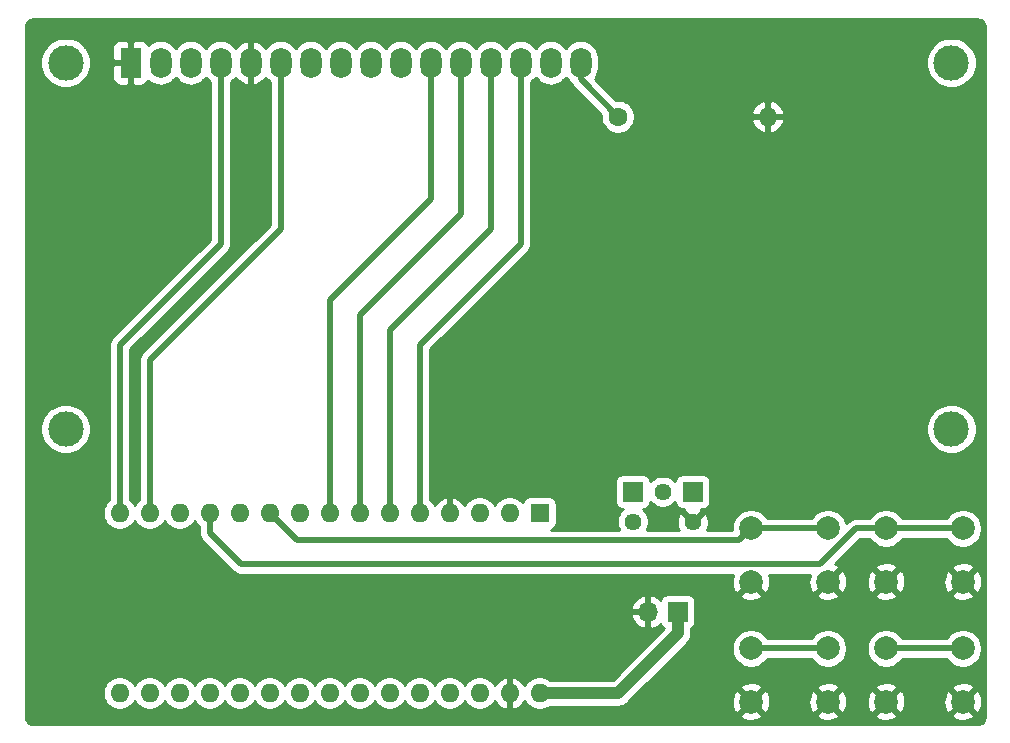
<source format=gbr>
%TF.GenerationSoftware,KiCad,Pcbnew,(5.1.9)-1*%
%TF.CreationDate,2021-05-01T20:45:07-06:00*%
%TF.ProjectId,decoder,6465636f-6465-4722-9e6b-696361645f70,rev?*%
%TF.SameCoordinates,Original*%
%TF.FileFunction,Copper,L1,Top*%
%TF.FilePolarity,Positive*%
%FSLAX46Y46*%
G04 Gerber Fmt 4.6, Leading zero omitted, Abs format (unit mm)*
G04 Created by KiCad (PCBNEW (5.1.9)-1) date 2021-05-01 20:45:07*
%MOMM*%
%LPD*%
G01*
G04 APERTURE LIST*
%TA.AperFunction,ComponentPad*%
%ADD10R,1.800000X2.600000*%
%TD*%
%TA.AperFunction,ComponentPad*%
%ADD11O,1.800000X2.600000*%
%TD*%
%TA.AperFunction,ComponentPad*%
%ADD12C,3.000000*%
%TD*%
%TA.AperFunction,ComponentPad*%
%ADD13C,2.000000*%
%TD*%
%TA.AperFunction,ComponentPad*%
%ADD14R,1.600000X1.600000*%
%TD*%
%TA.AperFunction,ComponentPad*%
%ADD15O,1.600000X1.600000*%
%TD*%
%TA.AperFunction,ComponentPad*%
%ADD16R,1.700000X1.700000*%
%TD*%
%TA.AperFunction,ComponentPad*%
%ADD17O,1.700000X1.700000*%
%TD*%
%TA.AperFunction,ComponentPad*%
%ADD18C,1.440000*%
%TD*%
%TA.AperFunction,ComponentPad*%
%ADD19C,1.600000*%
%TD*%
%TA.AperFunction,Conductor*%
%ADD20C,0.500000*%
%TD*%
%TA.AperFunction,Conductor*%
%ADD21C,1.000000*%
%TD*%
%TA.AperFunction,Conductor*%
%ADD22C,0.254000*%
%TD*%
%TA.AperFunction,Conductor*%
%ADD23C,0.100000*%
%TD*%
G04 APERTURE END LIST*
D10*
%TO.P,DS1,1*%
%TO.N,GND*%
X83205001Y-66560001D03*
D11*
%TO.P,DS1,2*%
%TO.N,+5V*%
X85745001Y-66560001D03*
%TO.P,DS1,3*%
%TO.N,Contrast*%
X88285001Y-66560001D03*
%TO.P,DS1,4*%
%TO.N,RS*%
X90825001Y-66560001D03*
%TO.P,DS1,5*%
%TO.N,GND*%
X93365001Y-66560001D03*
%TO.P,DS1,6*%
%TO.N,Enable*%
X95905001Y-66560001D03*
%TO.P,DS1,7*%
%TO.N,Net-(DS1-Pad7)*%
X98445001Y-66560001D03*
%TO.P,DS1,8*%
%TO.N,Net-(DS1-Pad8)*%
X100985001Y-66560001D03*
%TO.P,DS1,9*%
%TO.N,Net-(DS1-Pad9)*%
X103525001Y-66560001D03*
%TO.P,DS1,10*%
%TO.N,Net-(DS1-Pad10)*%
X106065001Y-66560001D03*
%TO.P,DS1,11*%
%TO.N,D4*%
X108605001Y-66560001D03*
%TO.P,DS1,12*%
%TO.N,D5*%
X111145001Y-66560001D03*
%TO.P,DS1,13*%
%TO.N,D6*%
X113685001Y-66560001D03*
%TO.P,DS1,14*%
%TO.N,D7*%
X116225001Y-66560001D03*
%TO.P,DS1,15*%
%TO.N,+5V*%
X118765001Y-66560001D03*
%TO.P,DS1,16*%
%TO.N,Net-(DS1-Pad16)*%
X121305001Y-66560001D03*
D12*
%TO.P,DS1,*%
%TO.N,*%
X77705901Y-66560001D03*
X77705901Y-97560701D03*
X152704481Y-97560701D03*
X152705001Y-66560001D03*
%TD*%
D13*
%TO.P,SW1,2*%
%TO.N,Net-(A1-Pad10)*%
X142240000Y-105990000D03*
%TO.P,SW1,1*%
%TO.N,GND*%
X142240000Y-110490000D03*
%TO.P,SW1,2*%
%TO.N,Net-(A1-Pad10)*%
X135740000Y-105990000D03*
%TO.P,SW1,1*%
%TO.N,GND*%
X135740000Y-110490000D03*
%TD*%
D14*
%TO.P,A1,1*%
%TO.N,Net-(A1-Pad1)*%
X117834999Y-104695001D03*
D15*
%TO.P,A1,17*%
%TO.N,Net-(A1-Pad17)*%
X84814999Y-119935001D03*
%TO.P,A1,2*%
%TO.N,Net-(A1-Pad2)*%
X115294999Y-104695001D03*
%TO.P,A1,18*%
%TO.N,Net-(A1-Pad18)*%
X87354999Y-119935001D03*
%TO.P,A1,3*%
%TO.N,Net-(A1-Pad3)*%
X112754999Y-104695001D03*
%TO.P,A1,19*%
%TO.N,Net-(A1-Pad19)*%
X89894999Y-119935001D03*
%TO.P,A1,4*%
%TO.N,GND*%
X110214999Y-104695001D03*
%TO.P,A1,20*%
%TO.N,Net-(A1-Pad20)*%
X92434999Y-119935001D03*
%TO.P,A1,5*%
%TO.N,D7*%
X107674999Y-104695001D03*
%TO.P,A1,21*%
%TO.N,Net-(A1-Pad21)*%
X94974999Y-119935001D03*
%TO.P,A1,6*%
%TO.N,D6*%
X105134999Y-104695001D03*
%TO.P,A1,22*%
%TO.N,Net-(A1-Pad22)*%
X97514999Y-119935001D03*
%TO.P,A1,7*%
%TO.N,D5*%
X102594999Y-104695001D03*
%TO.P,A1,23*%
%TO.N,Net-(A1-Pad23)*%
X100054999Y-119935001D03*
%TO.P,A1,8*%
%TO.N,D4*%
X100054999Y-104695001D03*
%TO.P,A1,24*%
%TO.N,Net-(A1-Pad24)*%
X102594999Y-119935001D03*
%TO.P,A1,9*%
%TO.N,Net-(A1-Pad9)*%
X97514999Y-104695001D03*
%TO.P,A1,25*%
%TO.N,Net-(A1-Pad25)*%
X105134999Y-119935001D03*
%TO.P,A1,10*%
%TO.N,Net-(A1-Pad10)*%
X94974999Y-104695001D03*
%TO.P,A1,26*%
%TO.N,Net-(A1-Pad26)*%
X107674999Y-119935001D03*
%TO.P,A1,11*%
%TO.N,Net-(A1-Pad11)*%
X92434999Y-104695001D03*
%TO.P,A1,27*%
%TO.N,+5V*%
X110214999Y-119935001D03*
%TO.P,A1,12*%
%TO.N,Net-(A1-Pad12)*%
X89894999Y-104695001D03*
%TO.P,A1,28*%
%TO.N,Net-(A1-Pad28)*%
X112754999Y-119935001D03*
%TO.P,A1,13*%
%TO.N,Net-(A1-Pad13)*%
X87354999Y-104695001D03*
%TO.P,A1,29*%
%TO.N,GND*%
X115294999Y-119935001D03*
%TO.P,A1,14*%
%TO.N,Enable*%
X84814999Y-104695001D03*
%TO.P,A1,30*%
%TO.N,VIN*%
X117834999Y-119935001D03*
%TO.P,A1,15*%
%TO.N,RS*%
X82274999Y-104695001D03*
%TO.P,A1,16*%
%TO.N,Net-(A1-Pad16)*%
X82274999Y-119935001D03*
%TD*%
D16*
%TO.P,J2,1*%
%TO.N,VIN*%
X129540000Y-113030000D03*
D17*
%TO.P,J2,2*%
%TO.N,GND*%
X127000000Y-113030000D03*
%TD*%
D18*
%TO.P,RV1,3*%
%TO.N,+5V*%
X125730000Y-105410000D03*
%TO.P,RV1,2*%
%TO.N,Contrast*%
X128270000Y-102870000D03*
%TO.P,RV1,1*%
%TO.N,GND*%
X130810000Y-105410000D03*
%TD*%
D13*
%TO.P,SW2,1*%
%TO.N,GND*%
X135740000Y-120650000D03*
%TO.P,SW2,2*%
%TO.N,Net-(A1-Pad11)*%
X135740000Y-116150000D03*
%TO.P,SW2,1*%
%TO.N,GND*%
X142240000Y-120650000D03*
%TO.P,SW2,2*%
%TO.N,Net-(A1-Pad11)*%
X142240000Y-116150000D03*
%TD*%
%TO.P,SW3,2*%
%TO.N,Net-(A1-Pad12)*%
X153670000Y-105990000D03*
%TO.P,SW3,1*%
%TO.N,GND*%
X153670000Y-110490000D03*
%TO.P,SW3,2*%
%TO.N,Net-(A1-Pad12)*%
X147170000Y-105990000D03*
%TO.P,SW3,1*%
%TO.N,GND*%
X147170000Y-110490000D03*
%TD*%
%TO.P,SW4,2*%
%TO.N,Net-(A1-Pad9)*%
X153670000Y-116150000D03*
%TO.P,SW4,1*%
%TO.N,GND*%
X153670000Y-120650000D03*
%TO.P,SW4,2*%
%TO.N,Net-(A1-Pad9)*%
X147170000Y-116150000D03*
%TO.P,SW4,1*%
%TO.N,GND*%
X147170000Y-120650000D03*
%TD*%
D19*
%TO.P,R1,1*%
%TO.N,Net-(DS1-Pad16)*%
X124460000Y-71120000D03*
D15*
%TO.P,R1,2*%
%TO.N,GND*%
X137160000Y-71120000D03*
%TD*%
D16*
%TO.P,J1,1*%
%TO.N,+5V*%
X125730000Y-102870000D03*
%TD*%
%TO.P,J3,1*%
%TO.N,Net-(J3-Pad1)*%
X130810000Y-102870000D03*
%TD*%
D20*
%TO.N,D7*%
X107674999Y-91715001D02*
X107674999Y-104695001D01*
X107674999Y-90445001D02*
X107674999Y-91715001D01*
X116225001Y-81894999D02*
X107674999Y-90445001D01*
X116225001Y-66560001D02*
X116225001Y-81894999D01*
%TO.N,D6*%
X105134999Y-104695001D02*
X105134999Y-89175001D01*
X113685001Y-80624999D02*
X105134999Y-89175001D01*
X113685001Y-66560001D02*
X113685001Y-80624999D01*
%TO.N,D5*%
X102594999Y-104695001D02*
X102594999Y-87905001D01*
X111145001Y-79354999D02*
X102594999Y-87905001D01*
X111145001Y-66560001D02*
X111145001Y-79354999D01*
%TO.N,D4*%
X100054999Y-104695001D02*
X100054999Y-86635001D01*
X108605001Y-78084999D02*
X100054999Y-86635001D01*
X108605001Y-66560001D02*
X108605001Y-78084999D01*
%TO.N,Net-(A1-Pad9)*%
X153670000Y-116150000D02*
X147170000Y-116150000D01*
%TO.N,Net-(A1-Pad10)*%
X142240000Y-105990000D02*
X135740000Y-105990000D01*
X134740001Y-106989999D02*
X97269997Y-106989999D01*
X135740000Y-105990000D02*
X134740001Y-106989999D01*
X97269997Y-106989999D02*
X94974999Y-104695001D01*
%TO.N,Net-(A1-Pad11)*%
X142240000Y-116150000D02*
X135740000Y-116150000D01*
%TO.N,Net-(A1-Pad12)*%
X147170000Y-105990000D02*
X153670000Y-105990000D01*
X144593998Y-105990000D02*
X147170000Y-105990000D01*
X89894999Y-104695001D02*
X89894999Y-106404999D01*
X89894999Y-106404999D02*
X92529999Y-109039999D01*
X92529999Y-109039999D02*
X141543999Y-109039999D01*
X141543999Y-109039999D02*
X144593998Y-105990000D01*
%TO.N,Enable*%
X95905001Y-66560001D02*
X95905001Y-80624999D01*
X84814999Y-91715001D02*
X95905001Y-80624999D01*
X84814999Y-104695001D02*
X84814999Y-91715001D01*
D21*
%TO.N,VIN*%
X124484999Y-119935001D02*
X117834999Y-119935001D01*
X129540000Y-114880000D02*
X124484999Y-119935001D01*
X129540000Y-113030000D02*
X129540000Y-114880000D01*
D20*
%TO.N,RS*%
X90825001Y-66560001D02*
X90825001Y-81894999D01*
X82274999Y-90445001D02*
X90825001Y-81894999D01*
X82274999Y-104695001D02*
X82274999Y-90445001D01*
%TO.N,Net-(DS1-Pad16)*%
X121305001Y-67965001D02*
X124460000Y-71120000D01*
X121305001Y-66560001D02*
X121305001Y-67965001D01*
%TD*%
D22*
%TO.N,GND*%
X155057869Y-62904722D02*
X155171246Y-62938953D01*
X155275819Y-62994555D01*
X155367596Y-63069407D01*
X155443091Y-63160664D01*
X155499419Y-63264844D01*
X155534440Y-63377976D01*
X155550001Y-63526031D01*
X155550000Y-121887721D01*
X155535278Y-122037869D01*
X155501047Y-122151246D01*
X155445446Y-122255817D01*
X155370594Y-122347595D01*
X155279335Y-122423091D01*
X155175160Y-122479419D01*
X155062024Y-122514440D01*
X154913979Y-122530000D01*
X74962279Y-122530000D01*
X74812131Y-122515278D01*
X74698754Y-122481047D01*
X74594183Y-122425446D01*
X74502405Y-122350594D01*
X74426909Y-122259335D01*
X74370581Y-122155160D01*
X74335560Y-122042024D01*
X74320000Y-121893979D01*
X74320000Y-121785413D01*
X134784192Y-121785413D01*
X134879956Y-122049814D01*
X135169571Y-122190704D01*
X135481108Y-122272384D01*
X135802595Y-122291718D01*
X136121675Y-122247961D01*
X136426088Y-122142795D01*
X136600044Y-122049814D01*
X136695808Y-121785413D01*
X141284192Y-121785413D01*
X141379956Y-122049814D01*
X141669571Y-122190704D01*
X141981108Y-122272384D01*
X142302595Y-122291718D01*
X142621675Y-122247961D01*
X142926088Y-122142795D01*
X143100044Y-122049814D01*
X143195808Y-121785413D01*
X146214192Y-121785413D01*
X146309956Y-122049814D01*
X146599571Y-122190704D01*
X146911108Y-122272384D01*
X147232595Y-122291718D01*
X147551675Y-122247961D01*
X147856088Y-122142795D01*
X148030044Y-122049814D01*
X148125808Y-121785413D01*
X152714192Y-121785413D01*
X152809956Y-122049814D01*
X153099571Y-122190704D01*
X153411108Y-122272384D01*
X153732595Y-122291718D01*
X154051675Y-122247961D01*
X154356088Y-122142795D01*
X154530044Y-122049814D01*
X154625808Y-121785413D01*
X153670000Y-120829605D01*
X152714192Y-121785413D01*
X148125808Y-121785413D01*
X147170000Y-120829605D01*
X146214192Y-121785413D01*
X143195808Y-121785413D01*
X142240000Y-120829605D01*
X141284192Y-121785413D01*
X136695808Y-121785413D01*
X135740000Y-120829605D01*
X134784192Y-121785413D01*
X74320000Y-121785413D01*
X74320000Y-119793666D01*
X80839999Y-119793666D01*
X80839999Y-120076336D01*
X80895146Y-120353575D01*
X81003319Y-120614728D01*
X81160362Y-120849760D01*
X81360240Y-121049638D01*
X81595272Y-121206681D01*
X81856425Y-121314854D01*
X82133664Y-121370001D01*
X82416334Y-121370001D01*
X82693573Y-121314854D01*
X82954726Y-121206681D01*
X83189758Y-121049638D01*
X83389636Y-120849760D01*
X83544999Y-120617242D01*
X83700362Y-120849760D01*
X83900240Y-121049638D01*
X84135272Y-121206681D01*
X84396425Y-121314854D01*
X84673664Y-121370001D01*
X84956334Y-121370001D01*
X85233573Y-121314854D01*
X85494726Y-121206681D01*
X85729758Y-121049638D01*
X85929636Y-120849760D01*
X86084999Y-120617242D01*
X86240362Y-120849760D01*
X86440240Y-121049638D01*
X86675272Y-121206681D01*
X86936425Y-121314854D01*
X87213664Y-121370001D01*
X87496334Y-121370001D01*
X87773573Y-121314854D01*
X88034726Y-121206681D01*
X88269758Y-121049638D01*
X88469636Y-120849760D01*
X88624999Y-120617242D01*
X88780362Y-120849760D01*
X88980240Y-121049638D01*
X89215272Y-121206681D01*
X89476425Y-121314854D01*
X89753664Y-121370001D01*
X90036334Y-121370001D01*
X90313573Y-121314854D01*
X90574726Y-121206681D01*
X90809758Y-121049638D01*
X91009636Y-120849760D01*
X91164999Y-120617242D01*
X91320362Y-120849760D01*
X91520240Y-121049638D01*
X91755272Y-121206681D01*
X92016425Y-121314854D01*
X92293664Y-121370001D01*
X92576334Y-121370001D01*
X92853573Y-121314854D01*
X93114726Y-121206681D01*
X93349758Y-121049638D01*
X93549636Y-120849760D01*
X93704999Y-120617242D01*
X93860362Y-120849760D01*
X94060240Y-121049638D01*
X94295272Y-121206681D01*
X94556425Y-121314854D01*
X94833664Y-121370001D01*
X95116334Y-121370001D01*
X95393573Y-121314854D01*
X95654726Y-121206681D01*
X95889758Y-121049638D01*
X96089636Y-120849760D01*
X96244999Y-120617242D01*
X96400362Y-120849760D01*
X96600240Y-121049638D01*
X96835272Y-121206681D01*
X97096425Y-121314854D01*
X97373664Y-121370001D01*
X97656334Y-121370001D01*
X97933573Y-121314854D01*
X98194726Y-121206681D01*
X98429758Y-121049638D01*
X98629636Y-120849760D01*
X98784999Y-120617242D01*
X98940362Y-120849760D01*
X99140240Y-121049638D01*
X99375272Y-121206681D01*
X99636425Y-121314854D01*
X99913664Y-121370001D01*
X100196334Y-121370001D01*
X100473573Y-121314854D01*
X100734726Y-121206681D01*
X100969758Y-121049638D01*
X101169636Y-120849760D01*
X101324999Y-120617242D01*
X101480362Y-120849760D01*
X101680240Y-121049638D01*
X101915272Y-121206681D01*
X102176425Y-121314854D01*
X102453664Y-121370001D01*
X102736334Y-121370001D01*
X103013573Y-121314854D01*
X103274726Y-121206681D01*
X103509758Y-121049638D01*
X103709636Y-120849760D01*
X103864999Y-120617242D01*
X104020362Y-120849760D01*
X104220240Y-121049638D01*
X104455272Y-121206681D01*
X104716425Y-121314854D01*
X104993664Y-121370001D01*
X105276334Y-121370001D01*
X105553573Y-121314854D01*
X105814726Y-121206681D01*
X106049758Y-121049638D01*
X106249636Y-120849760D01*
X106404999Y-120617242D01*
X106560362Y-120849760D01*
X106760240Y-121049638D01*
X106995272Y-121206681D01*
X107256425Y-121314854D01*
X107533664Y-121370001D01*
X107816334Y-121370001D01*
X108093573Y-121314854D01*
X108354726Y-121206681D01*
X108589758Y-121049638D01*
X108789636Y-120849760D01*
X108944999Y-120617242D01*
X109100362Y-120849760D01*
X109300240Y-121049638D01*
X109535272Y-121206681D01*
X109796425Y-121314854D01*
X110073664Y-121370001D01*
X110356334Y-121370001D01*
X110633573Y-121314854D01*
X110894726Y-121206681D01*
X111129758Y-121049638D01*
X111329636Y-120849760D01*
X111484999Y-120617242D01*
X111640362Y-120849760D01*
X111840240Y-121049638D01*
X112075272Y-121206681D01*
X112336425Y-121314854D01*
X112613664Y-121370001D01*
X112896334Y-121370001D01*
X113173573Y-121314854D01*
X113434726Y-121206681D01*
X113669758Y-121049638D01*
X113869636Y-120849760D01*
X114026679Y-120614728D01*
X114031066Y-120604136D01*
X114142614Y-120790132D01*
X114331585Y-120998520D01*
X114557579Y-121166038D01*
X114811912Y-121286247D01*
X114945960Y-121326905D01*
X115167999Y-121204916D01*
X115167999Y-120062001D01*
X115147999Y-120062001D01*
X115147999Y-119808001D01*
X115167999Y-119808001D01*
X115167999Y-118665086D01*
X115421999Y-118665086D01*
X115421999Y-119808001D01*
X115441999Y-119808001D01*
X115441999Y-120062001D01*
X115421999Y-120062001D01*
X115421999Y-121204916D01*
X115644038Y-121326905D01*
X115778086Y-121286247D01*
X116032419Y-121166038D01*
X116258413Y-120998520D01*
X116447384Y-120790132D01*
X116558932Y-120604136D01*
X116563319Y-120614728D01*
X116720362Y-120849760D01*
X116920240Y-121049638D01*
X117155272Y-121206681D01*
X117416425Y-121314854D01*
X117693664Y-121370001D01*
X117976334Y-121370001D01*
X118253573Y-121314854D01*
X118514726Y-121206681D01*
X118719283Y-121070001D01*
X124429248Y-121070001D01*
X124484999Y-121075492D01*
X124540750Y-121070001D01*
X124540751Y-121070001D01*
X124707498Y-121053578D01*
X124921446Y-120988677D01*
X125118622Y-120883285D01*
X125291448Y-120741450D01*
X125315128Y-120712595D01*
X134098282Y-120712595D01*
X134142039Y-121031675D01*
X134247205Y-121336088D01*
X134340186Y-121510044D01*
X134604587Y-121605808D01*
X135560395Y-120650000D01*
X135919605Y-120650000D01*
X136875413Y-121605808D01*
X137139814Y-121510044D01*
X137280704Y-121220429D01*
X137362384Y-120908892D01*
X137374189Y-120712595D01*
X140598282Y-120712595D01*
X140642039Y-121031675D01*
X140747205Y-121336088D01*
X140840186Y-121510044D01*
X141104587Y-121605808D01*
X142060395Y-120650000D01*
X142419605Y-120650000D01*
X143375413Y-121605808D01*
X143639814Y-121510044D01*
X143780704Y-121220429D01*
X143862384Y-120908892D01*
X143874189Y-120712595D01*
X145528282Y-120712595D01*
X145572039Y-121031675D01*
X145677205Y-121336088D01*
X145770186Y-121510044D01*
X146034587Y-121605808D01*
X146990395Y-120650000D01*
X147349605Y-120650000D01*
X148305413Y-121605808D01*
X148569814Y-121510044D01*
X148710704Y-121220429D01*
X148792384Y-120908892D01*
X148804189Y-120712595D01*
X152028282Y-120712595D01*
X152072039Y-121031675D01*
X152177205Y-121336088D01*
X152270186Y-121510044D01*
X152534587Y-121605808D01*
X153490395Y-120650000D01*
X153849605Y-120650000D01*
X154805413Y-121605808D01*
X155069814Y-121510044D01*
X155210704Y-121220429D01*
X155292384Y-120908892D01*
X155311718Y-120587405D01*
X155267961Y-120268325D01*
X155162795Y-119963912D01*
X155069814Y-119789956D01*
X154805413Y-119694192D01*
X153849605Y-120650000D01*
X153490395Y-120650000D01*
X152534587Y-119694192D01*
X152270186Y-119789956D01*
X152129296Y-120079571D01*
X152047616Y-120391108D01*
X152028282Y-120712595D01*
X148804189Y-120712595D01*
X148811718Y-120587405D01*
X148767961Y-120268325D01*
X148662795Y-119963912D01*
X148569814Y-119789956D01*
X148305413Y-119694192D01*
X147349605Y-120650000D01*
X146990395Y-120650000D01*
X146034587Y-119694192D01*
X145770186Y-119789956D01*
X145629296Y-120079571D01*
X145547616Y-120391108D01*
X145528282Y-120712595D01*
X143874189Y-120712595D01*
X143881718Y-120587405D01*
X143837961Y-120268325D01*
X143732795Y-119963912D01*
X143639814Y-119789956D01*
X143375413Y-119694192D01*
X142419605Y-120650000D01*
X142060395Y-120650000D01*
X141104587Y-119694192D01*
X140840186Y-119789956D01*
X140699296Y-120079571D01*
X140617616Y-120391108D01*
X140598282Y-120712595D01*
X137374189Y-120712595D01*
X137381718Y-120587405D01*
X137337961Y-120268325D01*
X137232795Y-119963912D01*
X137139814Y-119789956D01*
X136875413Y-119694192D01*
X135919605Y-120650000D01*
X135560395Y-120650000D01*
X134604587Y-119694192D01*
X134340186Y-119789956D01*
X134199296Y-120079571D01*
X134117616Y-120391108D01*
X134098282Y-120712595D01*
X125315128Y-120712595D01*
X125326995Y-120698136D01*
X126510544Y-119514587D01*
X134784192Y-119514587D01*
X135740000Y-120470395D01*
X136695808Y-119514587D01*
X141284192Y-119514587D01*
X142240000Y-120470395D01*
X143195808Y-119514587D01*
X146214192Y-119514587D01*
X147170000Y-120470395D01*
X148125808Y-119514587D01*
X152714192Y-119514587D01*
X153670000Y-120470395D01*
X154625808Y-119514587D01*
X154530044Y-119250186D01*
X154240429Y-119109296D01*
X153928892Y-119027616D01*
X153607405Y-119008282D01*
X153288325Y-119052039D01*
X152983912Y-119157205D01*
X152809956Y-119250186D01*
X152714192Y-119514587D01*
X148125808Y-119514587D01*
X148030044Y-119250186D01*
X147740429Y-119109296D01*
X147428892Y-119027616D01*
X147107405Y-119008282D01*
X146788325Y-119052039D01*
X146483912Y-119157205D01*
X146309956Y-119250186D01*
X146214192Y-119514587D01*
X143195808Y-119514587D01*
X143100044Y-119250186D01*
X142810429Y-119109296D01*
X142498892Y-119027616D01*
X142177405Y-119008282D01*
X141858325Y-119052039D01*
X141553912Y-119157205D01*
X141379956Y-119250186D01*
X141284192Y-119514587D01*
X136695808Y-119514587D01*
X136600044Y-119250186D01*
X136310429Y-119109296D01*
X135998892Y-119027616D01*
X135677405Y-119008282D01*
X135358325Y-119052039D01*
X135053912Y-119157205D01*
X134879956Y-119250186D01*
X134784192Y-119514587D01*
X126510544Y-119514587D01*
X130036164Y-115988967D01*
X134105000Y-115988967D01*
X134105000Y-116311033D01*
X134167832Y-116626912D01*
X134291082Y-116924463D01*
X134470013Y-117192252D01*
X134697748Y-117419987D01*
X134965537Y-117598918D01*
X135263088Y-117722168D01*
X135578967Y-117785000D01*
X135901033Y-117785000D01*
X136216912Y-117722168D01*
X136514463Y-117598918D01*
X136782252Y-117419987D01*
X137009987Y-117192252D01*
X137115059Y-117035000D01*
X140864941Y-117035000D01*
X140970013Y-117192252D01*
X141197748Y-117419987D01*
X141465537Y-117598918D01*
X141763088Y-117722168D01*
X142078967Y-117785000D01*
X142401033Y-117785000D01*
X142716912Y-117722168D01*
X143014463Y-117598918D01*
X143282252Y-117419987D01*
X143509987Y-117192252D01*
X143688918Y-116924463D01*
X143812168Y-116626912D01*
X143875000Y-116311033D01*
X143875000Y-115988967D01*
X145535000Y-115988967D01*
X145535000Y-116311033D01*
X145597832Y-116626912D01*
X145721082Y-116924463D01*
X145900013Y-117192252D01*
X146127748Y-117419987D01*
X146395537Y-117598918D01*
X146693088Y-117722168D01*
X147008967Y-117785000D01*
X147331033Y-117785000D01*
X147646912Y-117722168D01*
X147944463Y-117598918D01*
X148212252Y-117419987D01*
X148439987Y-117192252D01*
X148545059Y-117035000D01*
X152294941Y-117035000D01*
X152400013Y-117192252D01*
X152627748Y-117419987D01*
X152895537Y-117598918D01*
X153193088Y-117722168D01*
X153508967Y-117785000D01*
X153831033Y-117785000D01*
X154146912Y-117722168D01*
X154444463Y-117598918D01*
X154712252Y-117419987D01*
X154939987Y-117192252D01*
X155118918Y-116924463D01*
X155242168Y-116626912D01*
X155305000Y-116311033D01*
X155305000Y-115988967D01*
X155242168Y-115673088D01*
X155118918Y-115375537D01*
X154939987Y-115107748D01*
X154712252Y-114880013D01*
X154444463Y-114701082D01*
X154146912Y-114577832D01*
X153831033Y-114515000D01*
X153508967Y-114515000D01*
X153193088Y-114577832D01*
X152895537Y-114701082D01*
X152627748Y-114880013D01*
X152400013Y-115107748D01*
X152294941Y-115265000D01*
X148545059Y-115265000D01*
X148439987Y-115107748D01*
X148212252Y-114880013D01*
X147944463Y-114701082D01*
X147646912Y-114577832D01*
X147331033Y-114515000D01*
X147008967Y-114515000D01*
X146693088Y-114577832D01*
X146395537Y-114701082D01*
X146127748Y-114880013D01*
X145900013Y-115107748D01*
X145721082Y-115375537D01*
X145597832Y-115673088D01*
X145535000Y-115988967D01*
X143875000Y-115988967D01*
X143812168Y-115673088D01*
X143688918Y-115375537D01*
X143509987Y-115107748D01*
X143282252Y-114880013D01*
X143014463Y-114701082D01*
X142716912Y-114577832D01*
X142401033Y-114515000D01*
X142078967Y-114515000D01*
X141763088Y-114577832D01*
X141465537Y-114701082D01*
X141197748Y-114880013D01*
X140970013Y-115107748D01*
X140864941Y-115265000D01*
X137115059Y-115265000D01*
X137009987Y-115107748D01*
X136782252Y-114880013D01*
X136514463Y-114701082D01*
X136216912Y-114577832D01*
X135901033Y-114515000D01*
X135578967Y-114515000D01*
X135263088Y-114577832D01*
X134965537Y-114701082D01*
X134697748Y-114880013D01*
X134470013Y-115107748D01*
X134291082Y-115375537D01*
X134167832Y-115673088D01*
X134105000Y-115988967D01*
X130036164Y-115988967D01*
X130303141Y-115721991D01*
X130346449Y-115686449D01*
X130488284Y-115513623D01*
X130593676Y-115316447D01*
X130658577Y-115102499D01*
X130675000Y-114935752D01*
X130680491Y-114880000D01*
X130675000Y-114824249D01*
X130675000Y-114447683D01*
X130744494Y-114410537D01*
X130841185Y-114331185D01*
X130920537Y-114234494D01*
X130979502Y-114124180D01*
X131015812Y-114004482D01*
X131028072Y-113880000D01*
X131028072Y-112180000D01*
X131015812Y-112055518D01*
X130979502Y-111935820D01*
X130920537Y-111825506D01*
X130841185Y-111728815D01*
X130744494Y-111649463D01*
X130699501Y-111625413D01*
X134784192Y-111625413D01*
X134879956Y-111889814D01*
X135169571Y-112030704D01*
X135481108Y-112112384D01*
X135802595Y-112131718D01*
X136121675Y-112087961D01*
X136426088Y-111982795D01*
X136600044Y-111889814D01*
X136695808Y-111625413D01*
X141284192Y-111625413D01*
X141379956Y-111889814D01*
X141669571Y-112030704D01*
X141981108Y-112112384D01*
X142302595Y-112131718D01*
X142621675Y-112087961D01*
X142926088Y-111982795D01*
X143100044Y-111889814D01*
X143195808Y-111625413D01*
X146214192Y-111625413D01*
X146309956Y-111889814D01*
X146599571Y-112030704D01*
X146911108Y-112112384D01*
X147232595Y-112131718D01*
X147551675Y-112087961D01*
X147856088Y-111982795D01*
X148030044Y-111889814D01*
X148125808Y-111625413D01*
X152714192Y-111625413D01*
X152809956Y-111889814D01*
X153099571Y-112030704D01*
X153411108Y-112112384D01*
X153732595Y-112131718D01*
X154051675Y-112087961D01*
X154356088Y-111982795D01*
X154530044Y-111889814D01*
X154625808Y-111625413D01*
X153670000Y-110669605D01*
X152714192Y-111625413D01*
X148125808Y-111625413D01*
X147170000Y-110669605D01*
X146214192Y-111625413D01*
X143195808Y-111625413D01*
X142240000Y-110669605D01*
X141284192Y-111625413D01*
X136695808Y-111625413D01*
X135740000Y-110669605D01*
X134784192Y-111625413D01*
X130699501Y-111625413D01*
X130634180Y-111590498D01*
X130514482Y-111554188D01*
X130390000Y-111541928D01*
X128690000Y-111541928D01*
X128565518Y-111554188D01*
X128445820Y-111590498D01*
X128335506Y-111649463D01*
X128238815Y-111728815D01*
X128159463Y-111825506D01*
X128100498Y-111935820D01*
X128076034Y-112016466D01*
X128000269Y-111932412D01*
X127766920Y-111758359D01*
X127504099Y-111633175D01*
X127356890Y-111588524D01*
X127127000Y-111709845D01*
X127127000Y-112903000D01*
X127147000Y-112903000D01*
X127147000Y-113157000D01*
X127127000Y-113157000D01*
X127127000Y-114350155D01*
X127356890Y-114471476D01*
X127504099Y-114426825D01*
X127766920Y-114301641D01*
X128000269Y-114127588D01*
X128076034Y-114043534D01*
X128100498Y-114124180D01*
X128159463Y-114234494D01*
X128238815Y-114331185D01*
X128335506Y-114410537D01*
X128380357Y-114434511D01*
X124014868Y-118800001D01*
X118719283Y-118800001D01*
X118514726Y-118663321D01*
X118253573Y-118555148D01*
X117976334Y-118500001D01*
X117693664Y-118500001D01*
X117416425Y-118555148D01*
X117155272Y-118663321D01*
X116920240Y-118820364D01*
X116720362Y-119020242D01*
X116563319Y-119255274D01*
X116558932Y-119265866D01*
X116447384Y-119079870D01*
X116258413Y-118871482D01*
X116032419Y-118703964D01*
X115778086Y-118583755D01*
X115644038Y-118543097D01*
X115421999Y-118665086D01*
X115167999Y-118665086D01*
X114945960Y-118543097D01*
X114811912Y-118583755D01*
X114557579Y-118703964D01*
X114331585Y-118871482D01*
X114142614Y-119079870D01*
X114031066Y-119265866D01*
X114026679Y-119255274D01*
X113869636Y-119020242D01*
X113669758Y-118820364D01*
X113434726Y-118663321D01*
X113173573Y-118555148D01*
X112896334Y-118500001D01*
X112613664Y-118500001D01*
X112336425Y-118555148D01*
X112075272Y-118663321D01*
X111840240Y-118820364D01*
X111640362Y-119020242D01*
X111484999Y-119252760D01*
X111329636Y-119020242D01*
X111129758Y-118820364D01*
X110894726Y-118663321D01*
X110633573Y-118555148D01*
X110356334Y-118500001D01*
X110073664Y-118500001D01*
X109796425Y-118555148D01*
X109535272Y-118663321D01*
X109300240Y-118820364D01*
X109100362Y-119020242D01*
X108944999Y-119252760D01*
X108789636Y-119020242D01*
X108589758Y-118820364D01*
X108354726Y-118663321D01*
X108093573Y-118555148D01*
X107816334Y-118500001D01*
X107533664Y-118500001D01*
X107256425Y-118555148D01*
X106995272Y-118663321D01*
X106760240Y-118820364D01*
X106560362Y-119020242D01*
X106404999Y-119252760D01*
X106249636Y-119020242D01*
X106049758Y-118820364D01*
X105814726Y-118663321D01*
X105553573Y-118555148D01*
X105276334Y-118500001D01*
X104993664Y-118500001D01*
X104716425Y-118555148D01*
X104455272Y-118663321D01*
X104220240Y-118820364D01*
X104020362Y-119020242D01*
X103864999Y-119252760D01*
X103709636Y-119020242D01*
X103509758Y-118820364D01*
X103274726Y-118663321D01*
X103013573Y-118555148D01*
X102736334Y-118500001D01*
X102453664Y-118500001D01*
X102176425Y-118555148D01*
X101915272Y-118663321D01*
X101680240Y-118820364D01*
X101480362Y-119020242D01*
X101324999Y-119252760D01*
X101169636Y-119020242D01*
X100969758Y-118820364D01*
X100734726Y-118663321D01*
X100473573Y-118555148D01*
X100196334Y-118500001D01*
X99913664Y-118500001D01*
X99636425Y-118555148D01*
X99375272Y-118663321D01*
X99140240Y-118820364D01*
X98940362Y-119020242D01*
X98784999Y-119252760D01*
X98629636Y-119020242D01*
X98429758Y-118820364D01*
X98194726Y-118663321D01*
X97933573Y-118555148D01*
X97656334Y-118500001D01*
X97373664Y-118500001D01*
X97096425Y-118555148D01*
X96835272Y-118663321D01*
X96600240Y-118820364D01*
X96400362Y-119020242D01*
X96244999Y-119252760D01*
X96089636Y-119020242D01*
X95889758Y-118820364D01*
X95654726Y-118663321D01*
X95393573Y-118555148D01*
X95116334Y-118500001D01*
X94833664Y-118500001D01*
X94556425Y-118555148D01*
X94295272Y-118663321D01*
X94060240Y-118820364D01*
X93860362Y-119020242D01*
X93704999Y-119252760D01*
X93549636Y-119020242D01*
X93349758Y-118820364D01*
X93114726Y-118663321D01*
X92853573Y-118555148D01*
X92576334Y-118500001D01*
X92293664Y-118500001D01*
X92016425Y-118555148D01*
X91755272Y-118663321D01*
X91520240Y-118820364D01*
X91320362Y-119020242D01*
X91164999Y-119252760D01*
X91009636Y-119020242D01*
X90809758Y-118820364D01*
X90574726Y-118663321D01*
X90313573Y-118555148D01*
X90036334Y-118500001D01*
X89753664Y-118500001D01*
X89476425Y-118555148D01*
X89215272Y-118663321D01*
X88980240Y-118820364D01*
X88780362Y-119020242D01*
X88624999Y-119252760D01*
X88469636Y-119020242D01*
X88269758Y-118820364D01*
X88034726Y-118663321D01*
X87773573Y-118555148D01*
X87496334Y-118500001D01*
X87213664Y-118500001D01*
X86936425Y-118555148D01*
X86675272Y-118663321D01*
X86440240Y-118820364D01*
X86240362Y-119020242D01*
X86084999Y-119252760D01*
X85929636Y-119020242D01*
X85729758Y-118820364D01*
X85494726Y-118663321D01*
X85233573Y-118555148D01*
X84956334Y-118500001D01*
X84673664Y-118500001D01*
X84396425Y-118555148D01*
X84135272Y-118663321D01*
X83900240Y-118820364D01*
X83700362Y-119020242D01*
X83544999Y-119252760D01*
X83389636Y-119020242D01*
X83189758Y-118820364D01*
X82954726Y-118663321D01*
X82693573Y-118555148D01*
X82416334Y-118500001D01*
X82133664Y-118500001D01*
X81856425Y-118555148D01*
X81595272Y-118663321D01*
X81360240Y-118820364D01*
X81160362Y-119020242D01*
X81003319Y-119255274D01*
X80895146Y-119516427D01*
X80839999Y-119793666D01*
X74320000Y-119793666D01*
X74320000Y-113386891D01*
X125558519Y-113386891D01*
X125655843Y-113661252D01*
X125804822Y-113911355D01*
X125999731Y-114127588D01*
X126233080Y-114301641D01*
X126495901Y-114426825D01*
X126643110Y-114471476D01*
X126873000Y-114350155D01*
X126873000Y-113157000D01*
X125679186Y-113157000D01*
X125558519Y-113386891D01*
X74320000Y-113386891D01*
X74320000Y-112673109D01*
X125558519Y-112673109D01*
X125679186Y-112903000D01*
X126873000Y-112903000D01*
X126873000Y-111709845D01*
X126643110Y-111588524D01*
X126495901Y-111633175D01*
X126233080Y-111758359D01*
X125999731Y-111932412D01*
X125804822Y-112148645D01*
X125655843Y-112398748D01*
X125558519Y-112673109D01*
X74320000Y-112673109D01*
X74320000Y-104553666D01*
X80839999Y-104553666D01*
X80839999Y-104836336D01*
X80895146Y-105113575D01*
X81003319Y-105374728D01*
X81160362Y-105609760D01*
X81360240Y-105809638D01*
X81595272Y-105966681D01*
X81856425Y-106074854D01*
X82133664Y-106130001D01*
X82416334Y-106130001D01*
X82693573Y-106074854D01*
X82954726Y-105966681D01*
X83189758Y-105809638D01*
X83389636Y-105609760D01*
X83544999Y-105377242D01*
X83700362Y-105609760D01*
X83900240Y-105809638D01*
X84135272Y-105966681D01*
X84396425Y-106074854D01*
X84673664Y-106130001D01*
X84956334Y-106130001D01*
X85233573Y-106074854D01*
X85494726Y-105966681D01*
X85729758Y-105809638D01*
X85929636Y-105609760D01*
X86084999Y-105377242D01*
X86240362Y-105609760D01*
X86440240Y-105809638D01*
X86675272Y-105966681D01*
X86936425Y-106074854D01*
X87213664Y-106130001D01*
X87496334Y-106130001D01*
X87773573Y-106074854D01*
X88034726Y-105966681D01*
X88269758Y-105809638D01*
X88469636Y-105609760D01*
X88624999Y-105377242D01*
X88780362Y-105609760D01*
X88980240Y-105809638D01*
X89010000Y-105829523D01*
X89010000Y-106361520D01*
X89005718Y-106404999D01*
X89022804Y-106578489D01*
X89073411Y-106745312D01*
X89155589Y-106899058D01*
X89238467Y-107000045D01*
X89238470Y-107000048D01*
X89266183Y-107033816D01*
X89299950Y-107061528D01*
X91873469Y-109635048D01*
X91901182Y-109668816D01*
X91934950Y-109696529D01*
X91934952Y-109696531D01*
X92035939Y-109779409D01*
X92035940Y-109779410D01*
X92189686Y-109861588D01*
X92356509Y-109912194D01*
X92486522Y-109924999D01*
X92486530Y-109924999D01*
X92529999Y-109929280D01*
X92573468Y-109924999D01*
X134197873Y-109924999D01*
X134117616Y-110231108D01*
X134098282Y-110552595D01*
X134142039Y-110871675D01*
X134247205Y-111176088D01*
X134340186Y-111350044D01*
X134604587Y-111445808D01*
X135560395Y-110490000D01*
X135546253Y-110475858D01*
X135725858Y-110296253D01*
X135740000Y-110310395D01*
X135754143Y-110296253D01*
X135933748Y-110475858D01*
X135919605Y-110490000D01*
X136875413Y-111445808D01*
X137139814Y-111350044D01*
X137280704Y-111060429D01*
X137362384Y-110748892D01*
X137381718Y-110427405D01*
X137337961Y-110108325D01*
X137274627Y-109924999D01*
X140697873Y-109924999D01*
X140617616Y-110231108D01*
X140598282Y-110552595D01*
X140642039Y-110871675D01*
X140747205Y-111176088D01*
X140840186Y-111350044D01*
X141104587Y-111445808D01*
X142060395Y-110490000D01*
X142419605Y-110490000D01*
X143375413Y-111445808D01*
X143639814Y-111350044D01*
X143780704Y-111060429D01*
X143862384Y-110748892D01*
X143874189Y-110552595D01*
X145528282Y-110552595D01*
X145572039Y-110871675D01*
X145677205Y-111176088D01*
X145770186Y-111350044D01*
X146034587Y-111445808D01*
X146990395Y-110490000D01*
X147349605Y-110490000D01*
X148305413Y-111445808D01*
X148569814Y-111350044D01*
X148710704Y-111060429D01*
X148792384Y-110748892D01*
X148804189Y-110552595D01*
X152028282Y-110552595D01*
X152072039Y-110871675D01*
X152177205Y-111176088D01*
X152270186Y-111350044D01*
X152534587Y-111445808D01*
X153490395Y-110490000D01*
X153849605Y-110490000D01*
X154805413Y-111445808D01*
X155069814Y-111350044D01*
X155210704Y-111060429D01*
X155292384Y-110748892D01*
X155311718Y-110427405D01*
X155267961Y-110108325D01*
X155162795Y-109803912D01*
X155069814Y-109629956D01*
X154805413Y-109534192D01*
X153849605Y-110490000D01*
X153490395Y-110490000D01*
X152534587Y-109534192D01*
X152270186Y-109629956D01*
X152129296Y-109919571D01*
X152047616Y-110231108D01*
X152028282Y-110552595D01*
X148804189Y-110552595D01*
X148811718Y-110427405D01*
X148767961Y-110108325D01*
X148662795Y-109803912D01*
X148569814Y-109629956D01*
X148305413Y-109534192D01*
X147349605Y-110490000D01*
X146990395Y-110490000D01*
X146034587Y-109534192D01*
X145770186Y-109629956D01*
X145629296Y-109919571D01*
X145547616Y-110231108D01*
X145528282Y-110552595D01*
X143874189Y-110552595D01*
X143881718Y-110427405D01*
X143837961Y-110108325D01*
X143732795Y-109803912D01*
X143639814Y-109629956D01*
X143375413Y-109534192D01*
X142419605Y-110490000D01*
X142060395Y-110490000D01*
X142046253Y-110475858D01*
X142225858Y-110296253D01*
X142240000Y-110310395D01*
X143195808Y-109354587D01*
X146214192Y-109354587D01*
X147170000Y-110310395D01*
X148125808Y-109354587D01*
X152714192Y-109354587D01*
X153670000Y-110310395D01*
X154625808Y-109354587D01*
X154530044Y-109090186D01*
X154240429Y-108949296D01*
X153928892Y-108867616D01*
X153607405Y-108848282D01*
X153288325Y-108892039D01*
X152983912Y-108997205D01*
X152809956Y-109090186D01*
X152714192Y-109354587D01*
X148125808Y-109354587D01*
X148030044Y-109090186D01*
X147740429Y-108949296D01*
X147428892Y-108867616D01*
X147107405Y-108848282D01*
X146788325Y-108892039D01*
X146483912Y-108997205D01*
X146309956Y-109090186D01*
X146214192Y-109354587D01*
X143195808Y-109354587D01*
X143100044Y-109090186D01*
X142861457Y-108974120D01*
X144960577Y-106875000D01*
X145794941Y-106875000D01*
X145900013Y-107032252D01*
X146127748Y-107259987D01*
X146395537Y-107438918D01*
X146693088Y-107562168D01*
X147008967Y-107625000D01*
X147331033Y-107625000D01*
X147646912Y-107562168D01*
X147944463Y-107438918D01*
X148212252Y-107259987D01*
X148439987Y-107032252D01*
X148545059Y-106875000D01*
X152294941Y-106875000D01*
X152400013Y-107032252D01*
X152627748Y-107259987D01*
X152895537Y-107438918D01*
X153193088Y-107562168D01*
X153508967Y-107625000D01*
X153831033Y-107625000D01*
X154146912Y-107562168D01*
X154444463Y-107438918D01*
X154712252Y-107259987D01*
X154939987Y-107032252D01*
X155118918Y-106764463D01*
X155242168Y-106466912D01*
X155305000Y-106151033D01*
X155305000Y-105828967D01*
X155242168Y-105513088D01*
X155118918Y-105215537D01*
X154939987Y-104947748D01*
X154712252Y-104720013D01*
X154444463Y-104541082D01*
X154146912Y-104417832D01*
X153831033Y-104355000D01*
X153508967Y-104355000D01*
X153193088Y-104417832D01*
X152895537Y-104541082D01*
X152627748Y-104720013D01*
X152400013Y-104947748D01*
X152294941Y-105105000D01*
X148545059Y-105105000D01*
X148439987Y-104947748D01*
X148212252Y-104720013D01*
X147944463Y-104541082D01*
X147646912Y-104417832D01*
X147331033Y-104355000D01*
X147008967Y-104355000D01*
X146693088Y-104417832D01*
X146395537Y-104541082D01*
X146127748Y-104720013D01*
X145900013Y-104947748D01*
X145794941Y-105105000D01*
X144637467Y-105105000D01*
X144593998Y-105100719D01*
X144550529Y-105105000D01*
X144550521Y-105105000D01*
X144435304Y-105116348D01*
X144420507Y-105117805D01*
X144369901Y-105133157D01*
X144253685Y-105168411D01*
X144099939Y-105250589D01*
X144099937Y-105250590D01*
X144099938Y-105250590D01*
X143998951Y-105333468D01*
X143998949Y-105333470D01*
X143965181Y-105361183D01*
X143937468Y-105394951D01*
X143813356Y-105519063D01*
X143812168Y-105513088D01*
X143688918Y-105215537D01*
X143509987Y-104947748D01*
X143282252Y-104720013D01*
X143014463Y-104541082D01*
X142716912Y-104417832D01*
X142401033Y-104355000D01*
X142078967Y-104355000D01*
X141763088Y-104417832D01*
X141465537Y-104541082D01*
X141197748Y-104720013D01*
X140970013Y-104947748D01*
X140864941Y-105105000D01*
X137115059Y-105105000D01*
X137009987Y-104947748D01*
X136782252Y-104720013D01*
X136514463Y-104541082D01*
X136216912Y-104417832D01*
X135901033Y-104355000D01*
X135578967Y-104355000D01*
X135263088Y-104417832D01*
X134965537Y-104541082D01*
X134697748Y-104720013D01*
X134470013Y-104947748D01*
X134291082Y-105215537D01*
X134167832Y-105513088D01*
X134105000Y-105828967D01*
X134105000Y-106104999D01*
X131977821Y-106104999D01*
X131981368Y-106104068D01*
X132094266Y-105862210D01*
X132157811Y-105602973D01*
X132169561Y-105336320D01*
X132129063Y-105072499D01*
X132037875Y-104821647D01*
X131981368Y-104715932D01*
X131745560Y-104654045D01*
X130989605Y-105410000D01*
X131003748Y-105424143D01*
X130824143Y-105603748D01*
X130810000Y-105589605D01*
X130795858Y-105603748D01*
X130616253Y-105424143D01*
X130630395Y-105410000D01*
X129874440Y-104654045D01*
X129638632Y-104715932D01*
X129525734Y-104957790D01*
X129462189Y-105217027D01*
X129450439Y-105483680D01*
X129490937Y-105747501D01*
X129582125Y-105998353D01*
X129638632Y-106104068D01*
X129642179Y-106104999D01*
X126895261Y-106104999D01*
X126930785Y-106051833D01*
X127032928Y-105805239D01*
X127085000Y-105543456D01*
X127085000Y-105276544D01*
X127032928Y-105014761D01*
X126930785Y-104768167D01*
X126782497Y-104546238D01*
X126593762Y-104357503D01*
X126592736Y-104356818D01*
X126704482Y-104345812D01*
X126824180Y-104309502D01*
X126934494Y-104250537D01*
X127031185Y-104171185D01*
X127110537Y-104074494D01*
X127169502Y-103964180D01*
X127205812Y-103844482D01*
X127216818Y-103732736D01*
X127217503Y-103733762D01*
X127406238Y-103922497D01*
X127628167Y-104070785D01*
X127874761Y-104172928D01*
X128136544Y-104225000D01*
X128403456Y-104225000D01*
X128665239Y-104172928D01*
X128911833Y-104070785D01*
X129133762Y-103922497D01*
X129322497Y-103733762D01*
X129323182Y-103732736D01*
X129334188Y-103844482D01*
X129370498Y-103964180D01*
X129429463Y-104074494D01*
X129508815Y-104171185D01*
X129605506Y-104250537D01*
X129715820Y-104309502D01*
X129835518Y-104345812D01*
X129960000Y-104358072D01*
X130084585Y-104358072D01*
X130054045Y-104474440D01*
X130810000Y-105230395D01*
X131565955Y-104474440D01*
X131535415Y-104358072D01*
X131660000Y-104358072D01*
X131784482Y-104345812D01*
X131904180Y-104309502D01*
X132014494Y-104250537D01*
X132111185Y-104171185D01*
X132190537Y-104074494D01*
X132249502Y-103964180D01*
X132285812Y-103844482D01*
X132298072Y-103720000D01*
X132298072Y-102020000D01*
X132285812Y-101895518D01*
X132249502Y-101775820D01*
X132190537Y-101665506D01*
X132111185Y-101568815D01*
X132014494Y-101489463D01*
X131904180Y-101430498D01*
X131784482Y-101394188D01*
X131660000Y-101381928D01*
X129960000Y-101381928D01*
X129835518Y-101394188D01*
X129715820Y-101430498D01*
X129605506Y-101489463D01*
X129508815Y-101568815D01*
X129429463Y-101665506D01*
X129370498Y-101775820D01*
X129334188Y-101895518D01*
X129323182Y-102007264D01*
X129322497Y-102006238D01*
X129133762Y-101817503D01*
X128911833Y-101669215D01*
X128665239Y-101567072D01*
X128403456Y-101515000D01*
X128136544Y-101515000D01*
X127874761Y-101567072D01*
X127628167Y-101669215D01*
X127406238Y-101817503D01*
X127217503Y-102006238D01*
X127216818Y-102007264D01*
X127205812Y-101895518D01*
X127169502Y-101775820D01*
X127110537Y-101665506D01*
X127031185Y-101568815D01*
X126934494Y-101489463D01*
X126824180Y-101430498D01*
X126704482Y-101394188D01*
X126580000Y-101381928D01*
X124880000Y-101381928D01*
X124755518Y-101394188D01*
X124635820Y-101430498D01*
X124525506Y-101489463D01*
X124428815Y-101568815D01*
X124349463Y-101665506D01*
X124290498Y-101775820D01*
X124254188Y-101895518D01*
X124241928Y-102020000D01*
X124241928Y-103720000D01*
X124254188Y-103844482D01*
X124290498Y-103964180D01*
X124349463Y-104074494D01*
X124428815Y-104171185D01*
X124525506Y-104250537D01*
X124635820Y-104309502D01*
X124755518Y-104345812D01*
X124867264Y-104356818D01*
X124866238Y-104357503D01*
X124677503Y-104546238D01*
X124529215Y-104768167D01*
X124427072Y-105014761D01*
X124375000Y-105276544D01*
X124375000Y-105543456D01*
X124427072Y-105805239D01*
X124529215Y-106051833D01*
X124564739Y-106104999D01*
X118811613Y-106104999D01*
X118879179Y-106084503D01*
X118989493Y-106025538D01*
X119086184Y-105946186D01*
X119165536Y-105849495D01*
X119224501Y-105739181D01*
X119260811Y-105619483D01*
X119273071Y-105495001D01*
X119273071Y-103895001D01*
X119260811Y-103770519D01*
X119224501Y-103650821D01*
X119165536Y-103540507D01*
X119086184Y-103443816D01*
X118989493Y-103364464D01*
X118879179Y-103305499D01*
X118759481Y-103269189D01*
X118634999Y-103256929D01*
X117034999Y-103256929D01*
X116910517Y-103269189D01*
X116790819Y-103305499D01*
X116680505Y-103364464D01*
X116583814Y-103443816D01*
X116504462Y-103540507D01*
X116445497Y-103650821D01*
X116409187Y-103770519D01*
X116408356Y-103778962D01*
X116209758Y-103580364D01*
X115974726Y-103423321D01*
X115713573Y-103315148D01*
X115436334Y-103260001D01*
X115153664Y-103260001D01*
X114876425Y-103315148D01*
X114615272Y-103423321D01*
X114380240Y-103580364D01*
X114180362Y-103780242D01*
X114024999Y-104012760D01*
X113869636Y-103780242D01*
X113669758Y-103580364D01*
X113434726Y-103423321D01*
X113173573Y-103315148D01*
X112896334Y-103260001D01*
X112613664Y-103260001D01*
X112336425Y-103315148D01*
X112075272Y-103423321D01*
X111840240Y-103580364D01*
X111640362Y-103780242D01*
X111483319Y-104015274D01*
X111478932Y-104025866D01*
X111367384Y-103839870D01*
X111178413Y-103631482D01*
X110952419Y-103463964D01*
X110698086Y-103343755D01*
X110564038Y-103303097D01*
X110341999Y-103425086D01*
X110341999Y-104568001D01*
X110361999Y-104568001D01*
X110361999Y-104822001D01*
X110341999Y-104822001D01*
X110341999Y-104842001D01*
X110087999Y-104842001D01*
X110087999Y-104822001D01*
X110067999Y-104822001D01*
X110067999Y-104568001D01*
X110087999Y-104568001D01*
X110087999Y-103425086D01*
X109865960Y-103303097D01*
X109731912Y-103343755D01*
X109477579Y-103463964D01*
X109251585Y-103631482D01*
X109062614Y-103839870D01*
X108951066Y-104025866D01*
X108946679Y-104015274D01*
X108789636Y-103780242D01*
X108589758Y-103580364D01*
X108559999Y-103560480D01*
X108559999Y-97350422D01*
X150569481Y-97350422D01*
X150569481Y-97770980D01*
X150651528Y-98183457D01*
X150812469Y-98572003D01*
X151046118Y-98921684D01*
X151343498Y-99219064D01*
X151693179Y-99452713D01*
X152081725Y-99613654D01*
X152494202Y-99695701D01*
X152914760Y-99695701D01*
X153327237Y-99613654D01*
X153715783Y-99452713D01*
X154065464Y-99219064D01*
X154362844Y-98921684D01*
X154596493Y-98572003D01*
X154757434Y-98183457D01*
X154839481Y-97770980D01*
X154839481Y-97350422D01*
X154757434Y-96937945D01*
X154596493Y-96549399D01*
X154362844Y-96199718D01*
X154065464Y-95902338D01*
X153715783Y-95668689D01*
X153327237Y-95507748D01*
X152914760Y-95425701D01*
X152494202Y-95425701D01*
X152081725Y-95507748D01*
X151693179Y-95668689D01*
X151343498Y-95902338D01*
X151046118Y-96199718D01*
X150812469Y-96549399D01*
X150651528Y-96937945D01*
X150569481Y-97350422D01*
X108559999Y-97350422D01*
X108559999Y-90811579D01*
X116820050Y-82551529D01*
X116853818Y-82523816D01*
X116964412Y-82389058D01*
X117046590Y-82235312D01*
X117097196Y-82068489D01*
X117110001Y-81938476D01*
X117110001Y-81938468D01*
X117114282Y-81894999D01*
X117110001Y-81851530D01*
X117110001Y-68219443D01*
X117315662Y-68050662D01*
X117495001Y-67832136D01*
X117674340Y-68050662D01*
X117908075Y-68242482D01*
X118174741Y-68385018D01*
X118464089Y-68472791D01*
X118765001Y-68502428D01*
X119065914Y-68472791D01*
X119355262Y-68385018D01*
X119621928Y-68242482D01*
X119855662Y-68050662D01*
X120035001Y-67832136D01*
X120214340Y-68050662D01*
X120448075Y-68242482D01*
X120467503Y-68252866D01*
X120483413Y-68305314D01*
X120565591Y-68459060D01*
X120648469Y-68560047D01*
X120648472Y-68560050D01*
X120676185Y-68593818D01*
X120709952Y-68621530D01*
X123031983Y-70943561D01*
X123025000Y-70978665D01*
X123025000Y-71261335D01*
X123080147Y-71538574D01*
X123188320Y-71799727D01*
X123345363Y-72034759D01*
X123545241Y-72234637D01*
X123780273Y-72391680D01*
X124041426Y-72499853D01*
X124318665Y-72555000D01*
X124601335Y-72555000D01*
X124878574Y-72499853D01*
X125139727Y-72391680D01*
X125374759Y-72234637D01*
X125574637Y-72034759D01*
X125731680Y-71799727D01*
X125839853Y-71538574D01*
X125853684Y-71469039D01*
X135768096Y-71469039D01*
X135808754Y-71603087D01*
X135928963Y-71857420D01*
X136096481Y-72083414D01*
X136304869Y-72272385D01*
X136546119Y-72417070D01*
X136810960Y-72511909D01*
X137033000Y-72390624D01*
X137033000Y-71247000D01*
X137287000Y-71247000D01*
X137287000Y-72390624D01*
X137509040Y-72511909D01*
X137773881Y-72417070D01*
X138015131Y-72272385D01*
X138223519Y-72083414D01*
X138391037Y-71857420D01*
X138511246Y-71603087D01*
X138551904Y-71469039D01*
X138429915Y-71247000D01*
X137287000Y-71247000D01*
X137033000Y-71247000D01*
X135890085Y-71247000D01*
X135768096Y-71469039D01*
X125853684Y-71469039D01*
X125895000Y-71261335D01*
X125895000Y-70978665D01*
X125853685Y-70770961D01*
X135768096Y-70770961D01*
X135890085Y-70993000D01*
X137033000Y-70993000D01*
X137033000Y-69849376D01*
X137287000Y-69849376D01*
X137287000Y-70993000D01*
X138429915Y-70993000D01*
X138551904Y-70770961D01*
X138511246Y-70636913D01*
X138391037Y-70382580D01*
X138223519Y-70156586D01*
X138015131Y-69967615D01*
X137773881Y-69822930D01*
X137509040Y-69728091D01*
X137287000Y-69849376D01*
X137033000Y-69849376D01*
X136810960Y-69728091D01*
X136546119Y-69822930D01*
X136304869Y-69967615D01*
X136096481Y-70156586D01*
X135928963Y-70382580D01*
X135808754Y-70636913D01*
X135768096Y-70770961D01*
X125853685Y-70770961D01*
X125839853Y-70701426D01*
X125731680Y-70440273D01*
X125574637Y-70205241D01*
X125374759Y-70005363D01*
X125139727Y-69848320D01*
X124878574Y-69740147D01*
X124601335Y-69685000D01*
X124318665Y-69685000D01*
X124283561Y-69691983D01*
X122506808Y-67915230D01*
X122587482Y-67816928D01*
X122730018Y-67550262D01*
X122817791Y-67260914D01*
X122840001Y-67035408D01*
X122840001Y-66349722D01*
X150570001Y-66349722D01*
X150570001Y-66770280D01*
X150652048Y-67182757D01*
X150812989Y-67571303D01*
X151046638Y-67920984D01*
X151344018Y-68218364D01*
X151693699Y-68452013D01*
X152082245Y-68612954D01*
X152494722Y-68695001D01*
X152915280Y-68695001D01*
X153327757Y-68612954D01*
X153716303Y-68452013D01*
X154065984Y-68218364D01*
X154363364Y-67920984D01*
X154597013Y-67571303D01*
X154757954Y-67182757D01*
X154840001Y-66770280D01*
X154840001Y-66349722D01*
X154757954Y-65937245D01*
X154597013Y-65548699D01*
X154363364Y-65199018D01*
X154065984Y-64901638D01*
X153716303Y-64667989D01*
X153327757Y-64507048D01*
X152915280Y-64425001D01*
X152494722Y-64425001D01*
X152082245Y-64507048D01*
X151693699Y-64667989D01*
X151344018Y-64901638D01*
X151046638Y-65199018D01*
X150812989Y-65548699D01*
X150652048Y-65937245D01*
X150570001Y-66349722D01*
X122840001Y-66349722D01*
X122840001Y-66084593D01*
X122817791Y-65859088D01*
X122730018Y-65569740D01*
X122587482Y-65303074D01*
X122395662Y-65069340D01*
X122161927Y-64877520D01*
X121895261Y-64734984D01*
X121605913Y-64647211D01*
X121305001Y-64617574D01*
X121004088Y-64647211D01*
X120714740Y-64734984D01*
X120448074Y-64877520D01*
X120214340Y-65069340D01*
X120035001Y-65287866D01*
X119855662Y-65069340D01*
X119621927Y-64877520D01*
X119355261Y-64734984D01*
X119065913Y-64647211D01*
X118765001Y-64617574D01*
X118464088Y-64647211D01*
X118174740Y-64734984D01*
X117908074Y-64877520D01*
X117674340Y-65069340D01*
X117495001Y-65287866D01*
X117315662Y-65069340D01*
X117081927Y-64877520D01*
X116815261Y-64734984D01*
X116525913Y-64647211D01*
X116225001Y-64617574D01*
X115924088Y-64647211D01*
X115634740Y-64734984D01*
X115368074Y-64877520D01*
X115134340Y-65069340D01*
X114955001Y-65287866D01*
X114775662Y-65069340D01*
X114541927Y-64877520D01*
X114275261Y-64734984D01*
X113985913Y-64647211D01*
X113685001Y-64617574D01*
X113384088Y-64647211D01*
X113094740Y-64734984D01*
X112828074Y-64877520D01*
X112594340Y-65069340D01*
X112415001Y-65287866D01*
X112235662Y-65069340D01*
X112001927Y-64877520D01*
X111735261Y-64734984D01*
X111445913Y-64647211D01*
X111145001Y-64617574D01*
X110844088Y-64647211D01*
X110554740Y-64734984D01*
X110288074Y-64877520D01*
X110054340Y-65069340D01*
X109875001Y-65287866D01*
X109695662Y-65069340D01*
X109461927Y-64877520D01*
X109195261Y-64734984D01*
X108905913Y-64647211D01*
X108605001Y-64617574D01*
X108304088Y-64647211D01*
X108014740Y-64734984D01*
X107748074Y-64877520D01*
X107514340Y-65069340D01*
X107335001Y-65287866D01*
X107155662Y-65069340D01*
X106921927Y-64877520D01*
X106655261Y-64734984D01*
X106365913Y-64647211D01*
X106065001Y-64617574D01*
X105764088Y-64647211D01*
X105474740Y-64734984D01*
X105208074Y-64877520D01*
X104974340Y-65069340D01*
X104795001Y-65287866D01*
X104615662Y-65069340D01*
X104381927Y-64877520D01*
X104115261Y-64734984D01*
X103825913Y-64647211D01*
X103525001Y-64617574D01*
X103224088Y-64647211D01*
X102934740Y-64734984D01*
X102668074Y-64877520D01*
X102434340Y-65069340D01*
X102255001Y-65287866D01*
X102075662Y-65069340D01*
X101841927Y-64877520D01*
X101575261Y-64734984D01*
X101285913Y-64647211D01*
X100985001Y-64617574D01*
X100684088Y-64647211D01*
X100394740Y-64734984D01*
X100128074Y-64877520D01*
X99894340Y-65069340D01*
X99715001Y-65287866D01*
X99535662Y-65069340D01*
X99301927Y-64877520D01*
X99035261Y-64734984D01*
X98745913Y-64647211D01*
X98445001Y-64617574D01*
X98144088Y-64647211D01*
X97854740Y-64734984D01*
X97588074Y-64877520D01*
X97354340Y-65069340D01*
X97175001Y-65287866D01*
X96995662Y-65069340D01*
X96761927Y-64877520D01*
X96495261Y-64734984D01*
X96205913Y-64647211D01*
X95905001Y-64617574D01*
X95604088Y-64647211D01*
X95314740Y-64734984D01*
X95048074Y-64877520D01*
X94814340Y-65069340D01*
X94630220Y-65293693D01*
X94570749Y-65201605D01*
X94360607Y-64984791D01*
X94112205Y-64813139D01*
X93835088Y-64693246D01*
X93729741Y-64668965D01*
X93492001Y-64789623D01*
X93492001Y-66433001D01*
X93512001Y-66433001D01*
X93512001Y-66687001D01*
X93492001Y-66687001D01*
X93492001Y-68330379D01*
X93729741Y-68451037D01*
X93835088Y-68426756D01*
X94112205Y-68306863D01*
X94360607Y-68135211D01*
X94570749Y-67918397D01*
X94630220Y-67826310D01*
X94814340Y-68050662D01*
X95020001Y-68219443D01*
X95020002Y-80258419D01*
X84219951Y-91058471D01*
X84186183Y-91086184D01*
X84158470Y-91119952D01*
X84158467Y-91119955D01*
X84075589Y-91220942D01*
X83993411Y-91374688D01*
X83942804Y-91541511D01*
X83925718Y-91715001D01*
X83930000Y-91758478D01*
X83929999Y-103560480D01*
X83900240Y-103580364D01*
X83700362Y-103780242D01*
X83544999Y-104012760D01*
X83389636Y-103780242D01*
X83189758Y-103580364D01*
X83159999Y-103560480D01*
X83159999Y-90811579D01*
X91420050Y-82551529D01*
X91453818Y-82523816D01*
X91564412Y-82389058D01*
X91646590Y-82235312D01*
X91697196Y-82068489D01*
X91710001Y-81938476D01*
X91710001Y-81938468D01*
X91714282Y-81894999D01*
X91710001Y-81851530D01*
X91710001Y-68219443D01*
X91915662Y-68050662D01*
X92099782Y-67826310D01*
X92159253Y-67918397D01*
X92369395Y-68135211D01*
X92617797Y-68306863D01*
X92894914Y-68426756D01*
X93000261Y-68451037D01*
X93238001Y-68330379D01*
X93238001Y-66687001D01*
X93218001Y-66687001D01*
X93218001Y-66433001D01*
X93238001Y-66433001D01*
X93238001Y-64789623D01*
X93000261Y-64668965D01*
X92894914Y-64693246D01*
X92617797Y-64813139D01*
X92369395Y-64984791D01*
X92159253Y-65201605D01*
X92099782Y-65293692D01*
X91915662Y-65069340D01*
X91681927Y-64877520D01*
X91415261Y-64734984D01*
X91125913Y-64647211D01*
X90825001Y-64617574D01*
X90524088Y-64647211D01*
X90234740Y-64734984D01*
X89968074Y-64877520D01*
X89734340Y-65069340D01*
X89555001Y-65287866D01*
X89375662Y-65069340D01*
X89141927Y-64877520D01*
X88875261Y-64734984D01*
X88585913Y-64647211D01*
X88285001Y-64617574D01*
X87984088Y-64647211D01*
X87694740Y-64734984D01*
X87428074Y-64877520D01*
X87194340Y-65069340D01*
X87015001Y-65287866D01*
X86835662Y-65069340D01*
X86601927Y-64877520D01*
X86335261Y-64734984D01*
X86045913Y-64647211D01*
X85745001Y-64617574D01*
X85444088Y-64647211D01*
X85154740Y-64734984D01*
X84888074Y-64877520D01*
X84699496Y-65032281D01*
X84694503Y-65015821D01*
X84635538Y-64905507D01*
X84556186Y-64808816D01*
X84459495Y-64729464D01*
X84349181Y-64670499D01*
X84229483Y-64634189D01*
X84105001Y-64621929D01*
X83490751Y-64625001D01*
X83332001Y-64783751D01*
X83332001Y-66433001D01*
X83352001Y-66433001D01*
X83352001Y-66687001D01*
X83332001Y-66687001D01*
X83332001Y-68336251D01*
X83490751Y-68495001D01*
X84105001Y-68498073D01*
X84229483Y-68485813D01*
X84349181Y-68449503D01*
X84459495Y-68390538D01*
X84556186Y-68311186D01*
X84635538Y-68214495D01*
X84694503Y-68104181D01*
X84699496Y-68087721D01*
X84888075Y-68242482D01*
X85154741Y-68385018D01*
X85444089Y-68472791D01*
X85745001Y-68502428D01*
X86045914Y-68472791D01*
X86335262Y-68385018D01*
X86601928Y-68242482D01*
X86835662Y-68050662D01*
X87015001Y-67832136D01*
X87194340Y-68050662D01*
X87428075Y-68242482D01*
X87694741Y-68385018D01*
X87984089Y-68472791D01*
X88285001Y-68502428D01*
X88585914Y-68472791D01*
X88875262Y-68385018D01*
X89141928Y-68242482D01*
X89375662Y-68050662D01*
X89555001Y-67832136D01*
X89734340Y-68050662D01*
X89940001Y-68219443D01*
X89940002Y-81528419D01*
X81679951Y-89788471D01*
X81646183Y-89816184D01*
X81618470Y-89849952D01*
X81618467Y-89849955D01*
X81535589Y-89950942D01*
X81453411Y-90104688D01*
X81402804Y-90271511D01*
X81385718Y-90445001D01*
X81390000Y-90488480D01*
X81389999Y-103560480D01*
X81360240Y-103580364D01*
X81160362Y-103780242D01*
X81003319Y-104015274D01*
X80895146Y-104276427D01*
X80839999Y-104553666D01*
X74320000Y-104553666D01*
X74320000Y-97350422D01*
X75570901Y-97350422D01*
X75570901Y-97770980D01*
X75652948Y-98183457D01*
X75813889Y-98572003D01*
X76047538Y-98921684D01*
X76344918Y-99219064D01*
X76694599Y-99452713D01*
X77083145Y-99613654D01*
X77495622Y-99695701D01*
X77916180Y-99695701D01*
X78328657Y-99613654D01*
X78717203Y-99452713D01*
X79066884Y-99219064D01*
X79364264Y-98921684D01*
X79597913Y-98572003D01*
X79758854Y-98183457D01*
X79840901Y-97770980D01*
X79840901Y-97350422D01*
X79758854Y-96937945D01*
X79597913Y-96549399D01*
X79364264Y-96199718D01*
X79066884Y-95902338D01*
X78717203Y-95668689D01*
X78328657Y-95507748D01*
X77916180Y-95425701D01*
X77495622Y-95425701D01*
X77083145Y-95507748D01*
X76694599Y-95668689D01*
X76344918Y-95902338D01*
X76047538Y-96199718D01*
X75813889Y-96549399D01*
X75652948Y-96937945D01*
X75570901Y-97350422D01*
X74320000Y-97350422D01*
X74320000Y-66349722D01*
X75570901Y-66349722D01*
X75570901Y-66770280D01*
X75652948Y-67182757D01*
X75813889Y-67571303D01*
X76047538Y-67920984D01*
X76344918Y-68218364D01*
X76694599Y-68452013D01*
X77083145Y-68612954D01*
X77495622Y-68695001D01*
X77916180Y-68695001D01*
X78328657Y-68612954D01*
X78717203Y-68452013D01*
X79066884Y-68218364D01*
X79364264Y-67920984D01*
X79405011Y-67860001D01*
X81666929Y-67860001D01*
X81679189Y-67984483D01*
X81715499Y-68104181D01*
X81774464Y-68214495D01*
X81853816Y-68311186D01*
X81950507Y-68390538D01*
X82060821Y-68449503D01*
X82180519Y-68485813D01*
X82305001Y-68498073D01*
X82919251Y-68495001D01*
X83078001Y-68336251D01*
X83078001Y-66687001D01*
X81828751Y-66687001D01*
X81670001Y-66845751D01*
X81666929Y-67860001D01*
X79405011Y-67860001D01*
X79597913Y-67571303D01*
X79758854Y-67182757D01*
X79840901Y-66770280D01*
X79840901Y-66349722D01*
X79758854Y-65937245D01*
X79597913Y-65548699D01*
X79405012Y-65260001D01*
X81666929Y-65260001D01*
X81670001Y-66274251D01*
X81828751Y-66433001D01*
X83078001Y-66433001D01*
X83078001Y-64783751D01*
X82919251Y-64625001D01*
X82305001Y-64621929D01*
X82180519Y-64634189D01*
X82060821Y-64670499D01*
X81950507Y-64729464D01*
X81853816Y-64808816D01*
X81774464Y-64905507D01*
X81715499Y-65015821D01*
X81679189Y-65135519D01*
X81666929Y-65260001D01*
X79405012Y-65260001D01*
X79364264Y-65199018D01*
X79066884Y-64901638D01*
X78717203Y-64667989D01*
X78328657Y-64507048D01*
X77916180Y-64425001D01*
X77495622Y-64425001D01*
X77083145Y-64507048D01*
X76694599Y-64667989D01*
X76344918Y-64901638D01*
X76047538Y-65199018D01*
X75813889Y-65548699D01*
X75652948Y-65937245D01*
X75570901Y-66349722D01*
X74320000Y-66349722D01*
X74320000Y-63532279D01*
X74334722Y-63382131D01*
X74368953Y-63268754D01*
X74424555Y-63164181D01*
X74499407Y-63072404D01*
X74590664Y-62996909D01*
X74694844Y-62940581D01*
X74807976Y-62905560D01*
X74956022Y-62890000D01*
X154907721Y-62890000D01*
X155057869Y-62904722D01*
%TA.AperFunction,Conductor*%
D23*
G36*
X155057869Y-62904722D02*
G01*
X155171246Y-62938953D01*
X155275819Y-62994555D01*
X155367596Y-63069407D01*
X155443091Y-63160664D01*
X155499419Y-63264844D01*
X155534440Y-63377976D01*
X155550001Y-63526031D01*
X155550000Y-121887721D01*
X155535278Y-122037869D01*
X155501047Y-122151246D01*
X155445446Y-122255817D01*
X155370594Y-122347595D01*
X155279335Y-122423091D01*
X155175160Y-122479419D01*
X155062024Y-122514440D01*
X154913979Y-122530000D01*
X74962279Y-122530000D01*
X74812131Y-122515278D01*
X74698754Y-122481047D01*
X74594183Y-122425446D01*
X74502405Y-122350594D01*
X74426909Y-122259335D01*
X74370581Y-122155160D01*
X74335560Y-122042024D01*
X74320000Y-121893979D01*
X74320000Y-121785413D01*
X134784192Y-121785413D01*
X134879956Y-122049814D01*
X135169571Y-122190704D01*
X135481108Y-122272384D01*
X135802595Y-122291718D01*
X136121675Y-122247961D01*
X136426088Y-122142795D01*
X136600044Y-122049814D01*
X136695808Y-121785413D01*
X141284192Y-121785413D01*
X141379956Y-122049814D01*
X141669571Y-122190704D01*
X141981108Y-122272384D01*
X142302595Y-122291718D01*
X142621675Y-122247961D01*
X142926088Y-122142795D01*
X143100044Y-122049814D01*
X143195808Y-121785413D01*
X146214192Y-121785413D01*
X146309956Y-122049814D01*
X146599571Y-122190704D01*
X146911108Y-122272384D01*
X147232595Y-122291718D01*
X147551675Y-122247961D01*
X147856088Y-122142795D01*
X148030044Y-122049814D01*
X148125808Y-121785413D01*
X152714192Y-121785413D01*
X152809956Y-122049814D01*
X153099571Y-122190704D01*
X153411108Y-122272384D01*
X153732595Y-122291718D01*
X154051675Y-122247961D01*
X154356088Y-122142795D01*
X154530044Y-122049814D01*
X154625808Y-121785413D01*
X153670000Y-120829605D01*
X152714192Y-121785413D01*
X148125808Y-121785413D01*
X147170000Y-120829605D01*
X146214192Y-121785413D01*
X143195808Y-121785413D01*
X142240000Y-120829605D01*
X141284192Y-121785413D01*
X136695808Y-121785413D01*
X135740000Y-120829605D01*
X134784192Y-121785413D01*
X74320000Y-121785413D01*
X74320000Y-119793666D01*
X80839999Y-119793666D01*
X80839999Y-120076336D01*
X80895146Y-120353575D01*
X81003319Y-120614728D01*
X81160362Y-120849760D01*
X81360240Y-121049638D01*
X81595272Y-121206681D01*
X81856425Y-121314854D01*
X82133664Y-121370001D01*
X82416334Y-121370001D01*
X82693573Y-121314854D01*
X82954726Y-121206681D01*
X83189758Y-121049638D01*
X83389636Y-120849760D01*
X83544999Y-120617242D01*
X83700362Y-120849760D01*
X83900240Y-121049638D01*
X84135272Y-121206681D01*
X84396425Y-121314854D01*
X84673664Y-121370001D01*
X84956334Y-121370001D01*
X85233573Y-121314854D01*
X85494726Y-121206681D01*
X85729758Y-121049638D01*
X85929636Y-120849760D01*
X86084999Y-120617242D01*
X86240362Y-120849760D01*
X86440240Y-121049638D01*
X86675272Y-121206681D01*
X86936425Y-121314854D01*
X87213664Y-121370001D01*
X87496334Y-121370001D01*
X87773573Y-121314854D01*
X88034726Y-121206681D01*
X88269758Y-121049638D01*
X88469636Y-120849760D01*
X88624999Y-120617242D01*
X88780362Y-120849760D01*
X88980240Y-121049638D01*
X89215272Y-121206681D01*
X89476425Y-121314854D01*
X89753664Y-121370001D01*
X90036334Y-121370001D01*
X90313573Y-121314854D01*
X90574726Y-121206681D01*
X90809758Y-121049638D01*
X91009636Y-120849760D01*
X91164999Y-120617242D01*
X91320362Y-120849760D01*
X91520240Y-121049638D01*
X91755272Y-121206681D01*
X92016425Y-121314854D01*
X92293664Y-121370001D01*
X92576334Y-121370001D01*
X92853573Y-121314854D01*
X93114726Y-121206681D01*
X93349758Y-121049638D01*
X93549636Y-120849760D01*
X93704999Y-120617242D01*
X93860362Y-120849760D01*
X94060240Y-121049638D01*
X94295272Y-121206681D01*
X94556425Y-121314854D01*
X94833664Y-121370001D01*
X95116334Y-121370001D01*
X95393573Y-121314854D01*
X95654726Y-121206681D01*
X95889758Y-121049638D01*
X96089636Y-120849760D01*
X96244999Y-120617242D01*
X96400362Y-120849760D01*
X96600240Y-121049638D01*
X96835272Y-121206681D01*
X97096425Y-121314854D01*
X97373664Y-121370001D01*
X97656334Y-121370001D01*
X97933573Y-121314854D01*
X98194726Y-121206681D01*
X98429758Y-121049638D01*
X98629636Y-120849760D01*
X98784999Y-120617242D01*
X98940362Y-120849760D01*
X99140240Y-121049638D01*
X99375272Y-121206681D01*
X99636425Y-121314854D01*
X99913664Y-121370001D01*
X100196334Y-121370001D01*
X100473573Y-121314854D01*
X100734726Y-121206681D01*
X100969758Y-121049638D01*
X101169636Y-120849760D01*
X101324999Y-120617242D01*
X101480362Y-120849760D01*
X101680240Y-121049638D01*
X101915272Y-121206681D01*
X102176425Y-121314854D01*
X102453664Y-121370001D01*
X102736334Y-121370001D01*
X103013573Y-121314854D01*
X103274726Y-121206681D01*
X103509758Y-121049638D01*
X103709636Y-120849760D01*
X103864999Y-120617242D01*
X104020362Y-120849760D01*
X104220240Y-121049638D01*
X104455272Y-121206681D01*
X104716425Y-121314854D01*
X104993664Y-121370001D01*
X105276334Y-121370001D01*
X105553573Y-121314854D01*
X105814726Y-121206681D01*
X106049758Y-121049638D01*
X106249636Y-120849760D01*
X106404999Y-120617242D01*
X106560362Y-120849760D01*
X106760240Y-121049638D01*
X106995272Y-121206681D01*
X107256425Y-121314854D01*
X107533664Y-121370001D01*
X107816334Y-121370001D01*
X108093573Y-121314854D01*
X108354726Y-121206681D01*
X108589758Y-121049638D01*
X108789636Y-120849760D01*
X108944999Y-120617242D01*
X109100362Y-120849760D01*
X109300240Y-121049638D01*
X109535272Y-121206681D01*
X109796425Y-121314854D01*
X110073664Y-121370001D01*
X110356334Y-121370001D01*
X110633573Y-121314854D01*
X110894726Y-121206681D01*
X111129758Y-121049638D01*
X111329636Y-120849760D01*
X111484999Y-120617242D01*
X111640362Y-120849760D01*
X111840240Y-121049638D01*
X112075272Y-121206681D01*
X112336425Y-121314854D01*
X112613664Y-121370001D01*
X112896334Y-121370001D01*
X113173573Y-121314854D01*
X113434726Y-121206681D01*
X113669758Y-121049638D01*
X113869636Y-120849760D01*
X114026679Y-120614728D01*
X114031066Y-120604136D01*
X114142614Y-120790132D01*
X114331585Y-120998520D01*
X114557579Y-121166038D01*
X114811912Y-121286247D01*
X114945960Y-121326905D01*
X115167999Y-121204916D01*
X115167999Y-120062001D01*
X115147999Y-120062001D01*
X115147999Y-119808001D01*
X115167999Y-119808001D01*
X115167999Y-118665086D01*
X115421999Y-118665086D01*
X115421999Y-119808001D01*
X115441999Y-119808001D01*
X115441999Y-120062001D01*
X115421999Y-120062001D01*
X115421999Y-121204916D01*
X115644038Y-121326905D01*
X115778086Y-121286247D01*
X116032419Y-121166038D01*
X116258413Y-120998520D01*
X116447384Y-120790132D01*
X116558932Y-120604136D01*
X116563319Y-120614728D01*
X116720362Y-120849760D01*
X116920240Y-121049638D01*
X117155272Y-121206681D01*
X117416425Y-121314854D01*
X117693664Y-121370001D01*
X117976334Y-121370001D01*
X118253573Y-121314854D01*
X118514726Y-121206681D01*
X118719283Y-121070001D01*
X124429248Y-121070001D01*
X124484999Y-121075492D01*
X124540750Y-121070001D01*
X124540751Y-121070001D01*
X124707498Y-121053578D01*
X124921446Y-120988677D01*
X125118622Y-120883285D01*
X125291448Y-120741450D01*
X125315128Y-120712595D01*
X134098282Y-120712595D01*
X134142039Y-121031675D01*
X134247205Y-121336088D01*
X134340186Y-121510044D01*
X134604587Y-121605808D01*
X135560395Y-120650000D01*
X135919605Y-120650000D01*
X136875413Y-121605808D01*
X137139814Y-121510044D01*
X137280704Y-121220429D01*
X137362384Y-120908892D01*
X137374189Y-120712595D01*
X140598282Y-120712595D01*
X140642039Y-121031675D01*
X140747205Y-121336088D01*
X140840186Y-121510044D01*
X141104587Y-121605808D01*
X142060395Y-120650000D01*
X142419605Y-120650000D01*
X143375413Y-121605808D01*
X143639814Y-121510044D01*
X143780704Y-121220429D01*
X143862384Y-120908892D01*
X143874189Y-120712595D01*
X145528282Y-120712595D01*
X145572039Y-121031675D01*
X145677205Y-121336088D01*
X145770186Y-121510044D01*
X146034587Y-121605808D01*
X146990395Y-120650000D01*
X147349605Y-120650000D01*
X148305413Y-121605808D01*
X148569814Y-121510044D01*
X148710704Y-121220429D01*
X148792384Y-120908892D01*
X148804189Y-120712595D01*
X152028282Y-120712595D01*
X152072039Y-121031675D01*
X152177205Y-121336088D01*
X152270186Y-121510044D01*
X152534587Y-121605808D01*
X153490395Y-120650000D01*
X153849605Y-120650000D01*
X154805413Y-121605808D01*
X155069814Y-121510044D01*
X155210704Y-121220429D01*
X155292384Y-120908892D01*
X155311718Y-120587405D01*
X155267961Y-120268325D01*
X155162795Y-119963912D01*
X155069814Y-119789956D01*
X154805413Y-119694192D01*
X153849605Y-120650000D01*
X153490395Y-120650000D01*
X152534587Y-119694192D01*
X152270186Y-119789956D01*
X152129296Y-120079571D01*
X152047616Y-120391108D01*
X152028282Y-120712595D01*
X148804189Y-120712595D01*
X148811718Y-120587405D01*
X148767961Y-120268325D01*
X148662795Y-119963912D01*
X148569814Y-119789956D01*
X148305413Y-119694192D01*
X147349605Y-120650000D01*
X146990395Y-120650000D01*
X146034587Y-119694192D01*
X145770186Y-119789956D01*
X145629296Y-120079571D01*
X145547616Y-120391108D01*
X145528282Y-120712595D01*
X143874189Y-120712595D01*
X143881718Y-120587405D01*
X143837961Y-120268325D01*
X143732795Y-119963912D01*
X143639814Y-119789956D01*
X143375413Y-119694192D01*
X142419605Y-120650000D01*
X142060395Y-120650000D01*
X141104587Y-119694192D01*
X140840186Y-119789956D01*
X140699296Y-120079571D01*
X140617616Y-120391108D01*
X140598282Y-120712595D01*
X137374189Y-120712595D01*
X137381718Y-120587405D01*
X137337961Y-120268325D01*
X137232795Y-119963912D01*
X137139814Y-119789956D01*
X136875413Y-119694192D01*
X135919605Y-120650000D01*
X135560395Y-120650000D01*
X134604587Y-119694192D01*
X134340186Y-119789956D01*
X134199296Y-120079571D01*
X134117616Y-120391108D01*
X134098282Y-120712595D01*
X125315128Y-120712595D01*
X125326995Y-120698136D01*
X126510544Y-119514587D01*
X134784192Y-119514587D01*
X135740000Y-120470395D01*
X136695808Y-119514587D01*
X141284192Y-119514587D01*
X142240000Y-120470395D01*
X143195808Y-119514587D01*
X146214192Y-119514587D01*
X147170000Y-120470395D01*
X148125808Y-119514587D01*
X152714192Y-119514587D01*
X153670000Y-120470395D01*
X154625808Y-119514587D01*
X154530044Y-119250186D01*
X154240429Y-119109296D01*
X153928892Y-119027616D01*
X153607405Y-119008282D01*
X153288325Y-119052039D01*
X152983912Y-119157205D01*
X152809956Y-119250186D01*
X152714192Y-119514587D01*
X148125808Y-119514587D01*
X148030044Y-119250186D01*
X147740429Y-119109296D01*
X147428892Y-119027616D01*
X147107405Y-119008282D01*
X146788325Y-119052039D01*
X146483912Y-119157205D01*
X146309956Y-119250186D01*
X146214192Y-119514587D01*
X143195808Y-119514587D01*
X143100044Y-119250186D01*
X142810429Y-119109296D01*
X142498892Y-119027616D01*
X142177405Y-119008282D01*
X141858325Y-119052039D01*
X141553912Y-119157205D01*
X141379956Y-119250186D01*
X141284192Y-119514587D01*
X136695808Y-119514587D01*
X136600044Y-119250186D01*
X136310429Y-119109296D01*
X135998892Y-119027616D01*
X135677405Y-119008282D01*
X135358325Y-119052039D01*
X135053912Y-119157205D01*
X134879956Y-119250186D01*
X134784192Y-119514587D01*
X126510544Y-119514587D01*
X130036164Y-115988967D01*
X134105000Y-115988967D01*
X134105000Y-116311033D01*
X134167832Y-116626912D01*
X134291082Y-116924463D01*
X134470013Y-117192252D01*
X134697748Y-117419987D01*
X134965537Y-117598918D01*
X135263088Y-117722168D01*
X135578967Y-117785000D01*
X135901033Y-117785000D01*
X136216912Y-117722168D01*
X136514463Y-117598918D01*
X136782252Y-117419987D01*
X137009987Y-117192252D01*
X137115059Y-117035000D01*
X140864941Y-117035000D01*
X140970013Y-117192252D01*
X141197748Y-117419987D01*
X141465537Y-117598918D01*
X141763088Y-117722168D01*
X142078967Y-117785000D01*
X142401033Y-117785000D01*
X142716912Y-117722168D01*
X143014463Y-117598918D01*
X143282252Y-117419987D01*
X143509987Y-117192252D01*
X143688918Y-116924463D01*
X143812168Y-116626912D01*
X143875000Y-116311033D01*
X143875000Y-115988967D01*
X145535000Y-115988967D01*
X145535000Y-116311033D01*
X145597832Y-116626912D01*
X145721082Y-116924463D01*
X145900013Y-117192252D01*
X146127748Y-117419987D01*
X146395537Y-117598918D01*
X146693088Y-117722168D01*
X147008967Y-117785000D01*
X147331033Y-117785000D01*
X147646912Y-117722168D01*
X147944463Y-117598918D01*
X148212252Y-117419987D01*
X148439987Y-117192252D01*
X148545059Y-117035000D01*
X152294941Y-117035000D01*
X152400013Y-117192252D01*
X152627748Y-117419987D01*
X152895537Y-117598918D01*
X153193088Y-117722168D01*
X153508967Y-117785000D01*
X153831033Y-117785000D01*
X154146912Y-117722168D01*
X154444463Y-117598918D01*
X154712252Y-117419987D01*
X154939987Y-117192252D01*
X155118918Y-116924463D01*
X155242168Y-116626912D01*
X155305000Y-116311033D01*
X155305000Y-115988967D01*
X155242168Y-115673088D01*
X155118918Y-115375537D01*
X154939987Y-115107748D01*
X154712252Y-114880013D01*
X154444463Y-114701082D01*
X154146912Y-114577832D01*
X153831033Y-114515000D01*
X153508967Y-114515000D01*
X153193088Y-114577832D01*
X152895537Y-114701082D01*
X152627748Y-114880013D01*
X152400013Y-115107748D01*
X152294941Y-115265000D01*
X148545059Y-115265000D01*
X148439987Y-115107748D01*
X148212252Y-114880013D01*
X147944463Y-114701082D01*
X147646912Y-114577832D01*
X147331033Y-114515000D01*
X147008967Y-114515000D01*
X146693088Y-114577832D01*
X146395537Y-114701082D01*
X146127748Y-114880013D01*
X145900013Y-115107748D01*
X145721082Y-115375537D01*
X145597832Y-115673088D01*
X145535000Y-115988967D01*
X143875000Y-115988967D01*
X143812168Y-115673088D01*
X143688918Y-115375537D01*
X143509987Y-115107748D01*
X143282252Y-114880013D01*
X143014463Y-114701082D01*
X142716912Y-114577832D01*
X142401033Y-114515000D01*
X142078967Y-114515000D01*
X141763088Y-114577832D01*
X141465537Y-114701082D01*
X141197748Y-114880013D01*
X140970013Y-115107748D01*
X140864941Y-115265000D01*
X137115059Y-115265000D01*
X137009987Y-115107748D01*
X136782252Y-114880013D01*
X136514463Y-114701082D01*
X136216912Y-114577832D01*
X135901033Y-114515000D01*
X135578967Y-114515000D01*
X135263088Y-114577832D01*
X134965537Y-114701082D01*
X134697748Y-114880013D01*
X134470013Y-115107748D01*
X134291082Y-115375537D01*
X134167832Y-115673088D01*
X134105000Y-115988967D01*
X130036164Y-115988967D01*
X130303141Y-115721991D01*
X130346449Y-115686449D01*
X130488284Y-115513623D01*
X130593676Y-115316447D01*
X130658577Y-115102499D01*
X130675000Y-114935752D01*
X130680491Y-114880000D01*
X130675000Y-114824249D01*
X130675000Y-114447683D01*
X130744494Y-114410537D01*
X130841185Y-114331185D01*
X130920537Y-114234494D01*
X130979502Y-114124180D01*
X131015812Y-114004482D01*
X131028072Y-113880000D01*
X131028072Y-112180000D01*
X131015812Y-112055518D01*
X130979502Y-111935820D01*
X130920537Y-111825506D01*
X130841185Y-111728815D01*
X130744494Y-111649463D01*
X130699501Y-111625413D01*
X134784192Y-111625413D01*
X134879956Y-111889814D01*
X135169571Y-112030704D01*
X135481108Y-112112384D01*
X135802595Y-112131718D01*
X136121675Y-112087961D01*
X136426088Y-111982795D01*
X136600044Y-111889814D01*
X136695808Y-111625413D01*
X141284192Y-111625413D01*
X141379956Y-111889814D01*
X141669571Y-112030704D01*
X141981108Y-112112384D01*
X142302595Y-112131718D01*
X142621675Y-112087961D01*
X142926088Y-111982795D01*
X143100044Y-111889814D01*
X143195808Y-111625413D01*
X146214192Y-111625413D01*
X146309956Y-111889814D01*
X146599571Y-112030704D01*
X146911108Y-112112384D01*
X147232595Y-112131718D01*
X147551675Y-112087961D01*
X147856088Y-111982795D01*
X148030044Y-111889814D01*
X148125808Y-111625413D01*
X152714192Y-111625413D01*
X152809956Y-111889814D01*
X153099571Y-112030704D01*
X153411108Y-112112384D01*
X153732595Y-112131718D01*
X154051675Y-112087961D01*
X154356088Y-111982795D01*
X154530044Y-111889814D01*
X154625808Y-111625413D01*
X153670000Y-110669605D01*
X152714192Y-111625413D01*
X148125808Y-111625413D01*
X147170000Y-110669605D01*
X146214192Y-111625413D01*
X143195808Y-111625413D01*
X142240000Y-110669605D01*
X141284192Y-111625413D01*
X136695808Y-111625413D01*
X135740000Y-110669605D01*
X134784192Y-111625413D01*
X130699501Y-111625413D01*
X130634180Y-111590498D01*
X130514482Y-111554188D01*
X130390000Y-111541928D01*
X128690000Y-111541928D01*
X128565518Y-111554188D01*
X128445820Y-111590498D01*
X128335506Y-111649463D01*
X128238815Y-111728815D01*
X128159463Y-111825506D01*
X128100498Y-111935820D01*
X128076034Y-112016466D01*
X128000269Y-111932412D01*
X127766920Y-111758359D01*
X127504099Y-111633175D01*
X127356890Y-111588524D01*
X127127000Y-111709845D01*
X127127000Y-112903000D01*
X127147000Y-112903000D01*
X127147000Y-113157000D01*
X127127000Y-113157000D01*
X127127000Y-114350155D01*
X127356890Y-114471476D01*
X127504099Y-114426825D01*
X127766920Y-114301641D01*
X128000269Y-114127588D01*
X128076034Y-114043534D01*
X128100498Y-114124180D01*
X128159463Y-114234494D01*
X128238815Y-114331185D01*
X128335506Y-114410537D01*
X128380357Y-114434511D01*
X124014868Y-118800001D01*
X118719283Y-118800001D01*
X118514726Y-118663321D01*
X118253573Y-118555148D01*
X117976334Y-118500001D01*
X117693664Y-118500001D01*
X117416425Y-118555148D01*
X117155272Y-118663321D01*
X116920240Y-118820364D01*
X116720362Y-119020242D01*
X116563319Y-119255274D01*
X116558932Y-119265866D01*
X116447384Y-119079870D01*
X116258413Y-118871482D01*
X116032419Y-118703964D01*
X115778086Y-118583755D01*
X115644038Y-118543097D01*
X115421999Y-118665086D01*
X115167999Y-118665086D01*
X114945960Y-118543097D01*
X114811912Y-118583755D01*
X114557579Y-118703964D01*
X114331585Y-118871482D01*
X114142614Y-119079870D01*
X114031066Y-119265866D01*
X114026679Y-119255274D01*
X113869636Y-119020242D01*
X113669758Y-118820364D01*
X113434726Y-118663321D01*
X113173573Y-118555148D01*
X112896334Y-118500001D01*
X112613664Y-118500001D01*
X112336425Y-118555148D01*
X112075272Y-118663321D01*
X111840240Y-118820364D01*
X111640362Y-119020242D01*
X111484999Y-119252760D01*
X111329636Y-119020242D01*
X111129758Y-118820364D01*
X110894726Y-118663321D01*
X110633573Y-118555148D01*
X110356334Y-118500001D01*
X110073664Y-118500001D01*
X109796425Y-118555148D01*
X109535272Y-118663321D01*
X109300240Y-118820364D01*
X109100362Y-119020242D01*
X108944999Y-119252760D01*
X108789636Y-119020242D01*
X108589758Y-118820364D01*
X108354726Y-118663321D01*
X108093573Y-118555148D01*
X107816334Y-118500001D01*
X107533664Y-118500001D01*
X107256425Y-118555148D01*
X106995272Y-118663321D01*
X106760240Y-118820364D01*
X106560362Y-119020242D01*
X106404999Y-119252760D01*
X106249636Y-119020242D01*
X106049758Y-118820364D01*
X105814726Y-118663321D01*
X105553573Y-118555148D01*
X105276334Y-118500001D01*
X104993664Y-118500001D01*
X104716425Y-118555148D01*
X104455272Y-118663321D01*
X104220240Y-118820364D01*
X104020362Y-119020242D01*
X103864999Y-119252760D01*
X103709636Y-119020242D01*
X103509758Y-118820364D01*
X103274726Y-118663321D01*
X103013573Y-118555148D01*
X102736334Y-118500001D01*
X102453664Y-118500001D01*
X102176425Y-118555148D01*
X101915272Y-118663321D01*
X101680240Y-118820364D01*
X101480362Y-119020242D01*
X101324999Y-119252760D01*
X101169636Y-119020242D01*
X100969758Y-118820364D01*
X100734726Y-118663321D01*
X100473573Y-118555148D01*
X100196334Y-118500001D01*
X99913664Y-118500001D01*
X99636425Y-118555148D01*
X99375272Y-118663321D01*
X99140240Y-118820364D01*
X98940362Y-119020242D01*
X98784999Y-119252760D01*
X98629636Y-119020242D01*
X98429758Y-118820364D01*
X98194726Y-118663321D01*
X97933573Y-118555148D01*
X97656334Y-118500001D01*
X97373664Y-118500001D01*
X97096425Y-118555148D01*
X96835272Y-118663321D01*
X96600240Y-118820364D01*
X96400362Y-119020242D01*
X96244999Y-119252760D01*
X96089636Y-119020242D01*
X95889758Y-118820364D01*
X95654726Y-118663321D01*
X95393573Y-118555148D01*
X95116334Y-118500001D01*
X94833664Y-118500001D01*
X94556425Y-118555148D01*
X94295272Y-118663321D01*
X94060240Y-118820364D01*
X93860362Y-119020242D01*
X93704999Y-119252760D01*
X93549636Y-119020242D01*
X93349758Y-118820364D01*
X93114726Y-118663321D01*
X92853573Y-118555148D01*
X92576334Y-118500001D01*
X92293664Y-118500001D01*
X92016425Y-118555148D01*
X91755272Y-118663321D01*
X91520240Y-118820364D01*
X91320362Y-119020242D01*
X91164999Y-119252760D01*
X91009636Y-119020242D01*
X90809758Y-118820364D01*
X90574726Y-118663321D01*
X90313573Y-118555148D01*
X90036334Y-118500001D01*
X89753664Y-118500001D01*
X89476425Y-118555148D01*
X89215272Y-118663321D01*
X88980240Y-118820364D01*
X88780362Y-119020242D01*
X88624999Y-119252760D01*
X88469636Y-119020242D01*
X88269758Y-118820364D01*
X88034726Y-118663321D01*
X87773573Y-118555148D01*
X87496334Y-118500001D01*
X87213664Y-118500001D01*
X86936425Y-118555148D01*
X86675272Y-118663321D01*
X86440240Y-118820364D01*
X86240362Y-119020242D01*
X86084999Y-119252760D01*
X85929636Y-119020242D01*
X85729758Y-118820364D01*
X85494726Y-118663321D01*
X85233573Y-118555148D01*
X84956334Y-118500001D01*
X84673664Y-118500001D01*
X84396425Y-118555148D01*
X84135272Y-118663321D01*
X83900240Y-118820364D01*
X83700362Y-119020242D01*
X83544999Y-119252760D01*
X83389636Y-119020242D01*
X83189758Y-118820364D01*
X82954726Y-118663321D01*
X82693573Y-118555148D01*
X82416334Y-118500001D01*
X82133664Y-118500001D01*
X81856425Y-118555148D01*
X81595272Y-118663321D01*
X81360240Y-118820364D01*
X81160362Y-119020242D01*
X81003319Y-119255274D01*
X80895146Y-119516427D01*
X80839999Y-119793666D01*
X74320000Y-119793666D01*
X74320000Y-113386891D01*
X125558519Y-113386891D01*
X125655843Y-113661252D01*
X125804822Y-113911355D01*
X125999731Y-114127588D01*
X126233080Y-114301641D01*
X126495901Y-114426825D01*
X126643110Y-114471476D01*
X126873000Y-114350155D01*
X126873000Y-113157000D01*
X125679186Y-113157000D01*
X125558519Y-113386891D01*
X74320000Y-113386891D01*
X74320000Y-112673109D01*
X125558519Y-112673109D01*
X125679186Y-112903000D01*
X126873000Y-112903000D01*
X126873000Y-111709845D01*
X126643110Y-111588524D01*
X126495901Y-111633175D01*
X126233080Y-111758359D01*
X125999731Y-111932412D01*
X125804822Y-112148645D01*
X125655843Y-112398748D01*
X125558519Y-112673109D01*
X74320000Y-112673109D01*
X74320000Y-104553666D01*
X80839999Y-104553666D01*
X80839999Y-104836336D01*
X80895146Y-105113575D01*
X81003319Y-105374728D01*
X81160362Y-105609760D01*
X81360240Y-105809638D01*
X81595272Y-105966681D01*
X81856425Y-106074854D01*
X82133664Y-106130001D01*
X82416334Y-106130001D01*
X82693573Y-106074854D01*
X82954726Y-105966681D01*
X83189758Y-105809638D01*
X83389636Y-105609760D01*
X83544999Y-105377242D01*
X83700362Y-105609760D01*
X83900240Y-105809638D01*
X84135272Y-105966681D01*
X84396425Y-106074854D01*
X84673664Y-106130001D01*
X84956334Y-106130001D01*
X85233573Y-106074854D01*
X85494726Y-105966681D01*
X85729758Y-105809638D01*
X85929636Y-105609760D01*
X86084999Y-105377242D01*
X86240362Y-105609760D01*
X86440240Y-105809638D01*
X86675272Y-105966681D01*
X86936425Y-106074854D01*
X87213664Y-106130001D01*
X87496334Y-106130001D01*
X87773573Y-106074854D01*
X88034726Y-105966681D01*
X88269758Y-105809638D01*
X88469636Y-105609760D01*
X88624999Y-105377242D01*
X88780362Y-105609760D01*
X88980240Y-105809638D01*
X89010000Y-105829523D01*
X89010000Y-106361520D01*
X89005718Y-106404999D01*
X89022804Y-106578489D01*
X89073411Y-106745312D01*
X89155589Y-106899058D01*
X89238467Y-107000045D01*
X89238470Y-107000048D01*
X89266183Y-107033816D01*
X89299950Y-107061528D01*
X91873469Y-109635048D01*
X91901182Y-109668816D01*
X91934950Y-109696529D01*
X91934952Y-109696531D01*
X92035939Y-109779409D01*
X92035940Y-109779410D01*
X92189686Y-109861588D01*
X92356509Y-109912194D01*
X92486522Y-109924999D01*
X92486530Y-109924999D01*
X92529999Y-109929280D01*
X92573468Y-109924999D01*
X134197873Y-109924999D01*
X134117616Y-110231108D01*
X134098282Y-110552595D01*
X134142039Y-110871675D01*
X134247205Y-111176088D01*
X134340186Y-111350044D01*
X134604587Y-111445808D01*
X135560395Y-110490000D01*
X135546253Y-110475858D01*
X135725858Y-110296253D01*
X135740000Y-110310395D01*
X135754143Y-110296253D01*
X135933748Y-110475858D01*
X135919605Y-110490000D01*
X136875413Y-111445808D01*
X137139814Y-111350044D01*
X137280704Y-111060429D01*
X137362384Y-110748892D01*
X137381718Y-110427405D01*
X137337961Y-110108325D01*
X137274627Y-109924999D01*
X140697873Y-109924999D01*
X140617616Y-110231108D01*
X140598282Y-110552595D01*
X140642039Y-110871675D01*
X140747205Y-111176088D01*
X140840186Y-111350044D01*
X141104587Y-111445808D01*
X142060395Y-110490000D01*
X142419605Y-110490000D01*
X143375413Y-111445808D01*
X143639814Y-111350044D01*
X143780704Y-111060429D01*
X143862384Y-110748892D01*
X143874189Y-110552595D01*
X145528282Y-110552595D01*
X145572039Y-110871675D01*
X145677205Y-111176088D01*
X145770186Y-111350044D01*
X146034587Y-111445808D01*
X146990395Y-110490000D01*
X147349605Y-110490000D01*
X148305413Y-111445808D01*
X148569814Y-111350044D01*
X148710704Y-111060429D01*
X148792384Y-110748892D01*
X148804189Y-110552595D01*
X152028282Y-110552595D01*
X152072039Y-110871675D01*
X152177205Y-111176088D01*
X152270186Y-111350044D01*
X152534587Y-111445808D01*
X153490395Y-110490000D01*
X153849605Y-110490000D01*
X154805413Y-111445808D01*
X155069814Y-111350044D01*
X155210704Y-111060429D01*
X155292384Y-110748892D01*
X155311718Y-110427405D01*
X155267961Y-110108325D01*
X155162795Y-109803912D01*
X155069814Y-109629956D01*
X154805413Y-109534192D01*
X153849605Y-110490000D01*
X153490395Y-110490000D01*
X152534587Y-109534192D01*
X152270186Y-109629956D01*
X152129296Y-109919571D01*
X152047616Y-110231108D01*
X152028282Y-110552595D01*
X148804189Y-110552595D01*
X148811718Y-110427405D01*
X148767961Y-110108325D01*
X148662795Y-109803912D01*
X148569814Y-109629956D01*
X148305413Y-109534192D01*
X147349605Y-110490000D01*
X146990395Y-110490000D01*
X146034587Y-109534192D01*
X145770186Y-109629956D01*
X145629296Y-109919571D01*
X145547616Y-110231108D01*
X145528282Y-110552595D01*
X143874189Y-110552595D01*
X143881718Y-110427405D01*
X143837961Y-110108325D01*
X143732795Y-109803912D01*
X143639814Y-109629956D01*
X143375413Y-109534192D01*
X142419605Y-110490000D01*
X142060395Y-110490000D01*
X142046253Y-110475858D01*
X142225858Y-110296253D01*
X142240000Y-110310395D01*
X143195808Y-109354587D01*
X146214192Y-109354587D01*
X147170000Y-110310395D01*
X148125808Y-109354587D01*
X152714192Y-109354587D01*
X153670000Y-110310395D01*
X154625808Y-109354587D01*
X154530044Y-109090186D01*
X154240429Y-108949296D01*
X153928892Y-108867616D01*
X153607405Y-108848282D01*
X153288325Y-108892039D01*
X152983912Y-108997205D01*
X152809956Y-109090186D01*
X152714192Y-109354587D01*
X148125808Y-109354587D01*
X148030044Y-109090186D01*
X147740429Y-108949296D01*
X147428892Y-108867616D01*
X147107405Y-108848282D01*
X146788325Y-108892039D01*
X146483912Y-108997205D01*
X146309956Y-109090186D01*
X146214192Y-109354587D01*
X143195808Y-109354587D01*
X143100044Y-109090186D01*
X142861457Y-108974120D01*
X144960577Y-106875000D01*
X145794941Y-106875000D01*
X145900013Y-107032252D01*
X146127748Y-107259987D01*
X146395537Y-107438918D01*
X146693088Y-107562168D01*
X147008967Y-107625000D01*
X147331033Y-107625000D01*
X147646912Y-107562168D01*
X147944463Y-107438918D01*
X148212252Y-107259987D01*
X148439987Y-107032252D01*
X148545059Y-106875000D01*
X152294941Y-106875000D01*
X152400013Y-107032252D01*
X152627748Y-107259987D01*
X152895537Y-107438918D01*
X153193088Y-107562168D01*
X153508967Y-107625000D01*
X153831033Y-107625000D01*
X154146912Y-107562168D01*
X154444463Y-107438918D01*
X154712252Y-107259987D01*
X154939987Y-107032252D01*
X155118918Y-106764463D01*
X155242168Y-106466912D01*
X155305000Y-106151033D01*
X155305000Y-105828967D01*
X155242168Y-105513088D01*
X155118918Y-105215537D01*
X154939987Y-104947748D01*
X154712252Y-104720013D01*
X154444463Y-104541082D01*
X154146912Y-104417832D01*
X153831033Y-104355000D01*
X153508967Y-104355000D01*
X153193088Y-104417832D01*
X152895537Y-104541082D01*
X152627748Y-104720013D01*
X152400013Y-104947748D01*
X152294941Y-105105000D01*
X148545059Y-105105000D01*
X148439987Y-104947748D01*
X148212252Y-104720013D01*
X147944463Y-104541082D01*
X147646912Y-104417832D01*
X147331033Y-104355000D01*
X147008967Y-104355000D01*
X146693088Y-104417832D01*
X146395537Y-104541082D01*
X146127748Y-104720013D01*
X145900013Y-104947748D01*
X145794941Y-105105000D01*
X144637467Y-105105000D01*
X144593998Y-105100719D01*
X144550529Y-105105000D01*
X144550521Y-105105000D01*
X144435304Y-105116348D01*
X144420507Y-105117805D01*
X144369901Y-105133157D01*
X144253685Y-105168411D01*
X144099939Y-105250589D01*
X144099937Y-105250590D01*
X144099938Y-105250590D01*
X143998951Y-105333468D01*
X143998949Y-105333470D01*
X143965181Y-105361183D01*
X143937468Y-105394951D01*
X143813356Y-105519063D01*
X143812168Y-105513088D01*
X143688918Y-105215537D01*
X143509987Y-104947748D01*
X143282252Y-104720013D01*
X143014463Y-104541082D01*
X142716912Y-104417832D01*
X142401033Y-104355000D01*
X142078967Y-104355000D01*
X141763088Y-104417832D01*
X141465537Y-104541082D01*
X141197748Y-104720013D01*
X140970013Y-104947748D01*
X140864941Y-105105000D01*
X137115059Y-105105000D01*
X137009987Y-104947748D01*
X136782252Y-104720013D01*
X136514463Y-104541082D01*
X136216912Y-104417832D01*
X135901033Y-104355000D01*
X135578967Y-104355000D01*
X135263088Y-104417832D01*
X134965537Y-104541082D01*
X134697748Y-104720013D01*
X134470013Y-104947748D01*
X134291082Y-105215537D01*
X134167832Y-105513088D01*
X134105000Y-105828967D01*
X134105000Y-106104999D01*
X131977821Y-106104999D01*
X131981368Y-106104068D01*
X132094266Y-105862210D01*
X132157811Y-105602973D01*
X132169561Y-105336320D01*
X132129063Y-105072499D01*
X132037875Y-104821647D01*
X131981368Y-104715932D01*
X131745560Y-104654045D01*
X130989605Y-105410000D01*
X131003748Y-105424143D01*
X130824143Y-105603748D01*
X130810000Y-105589605D01*
X130795858Y-105603748D01*
X130616253Y-105424143D01*
X130630395Y-105410000D01*
X129874440Y-104654045D01*
X129638632Y-104715932D01*
X129525734Y-104957790D01*
X129462189Y-105217027D01*
X129450439Y-105483680D01*
X129490937Y-105747501D01*
X129582125Y-105998353D01*
X129638632Y-106104068D01*
X129642179Y-106104999D01*
X126895261Y-106104999D01*
X126930785Y-106051833D01*
X127032928Y-105805239D01*
X127085000Y-105543456D01*
X127085000Y-105276544D01*
X127032928Y-105014761D01*
X126930785Y-104768167D01*
X126782497Y-104546238D01*
X126593762Y-104357503D01*
X126592736Y-104356818D01*
X126704482Y-104345812D01*
X126824180Y-104309502D01*
X126934494Y-104250537D01*
X127031185Y-104171185D01*
X127110537Y-104074494D01*
X127169502Y-103964180D01*
X127205812Y-103844482D01*
X127216818Y-103732736D01*
X127217503Y-103733762D01*
X127406238Y-103922497D01*
X127628167Y-104070785D01*
X127874761Y-104172928D01*
X128136544Y-104225000D01*
X128403456Y-104225000D01*
X128665239Y-104172928D01*
X128911833Y-104070785D01*
X129133762Y-103922497D01*
X129322497Y-103733762D01*
X129323182Y-103732736D01*
X129334188Y-103844482D01*
X129370498Y-103964180D01*
X129429463Y-104074494D01*
X129508815Y-104171185D01*
X129605506Y-104250537D01*
X129715820Y-104309502D01*
X129835518Y-104345812D01*
X129960000Y-104358072D01*
X130084585Y-104358072D01*
X130054045Y-104474440D01*
X130810000Y-105230395D01*
X131565955Y-104474440D01*
X131535415Y-104358072D01*
X131660000Y-104358072D01*
X131784482Y-104345812D01*
X131904180Y-104309502D01*
X132014494Y-104250537D01*
X132111185Y-104171185D01*
X132190537Y-104074494D01*
X132249502Y-103964180D01*
X132285812Y-103844482D01*
X132298072Y-103720000D01*
X132298072Y-102020000D01*
X132285812Y-101895518D01*
X132249502Y-101775820D01*
X132190537Y-101665506D01*
X132111185Y-101568815D01*
X132014494Y-101489463D01*
X131904180Y-101430498D01*
X131784482Y-101394188D01*
X131660000Y-101381928D01*
X129960000Y-101381928D01*
X129835518Y-101394188D01*
X129715820Y-101430498D01*
X129605506Y-101489463D01*
X129508815Y-101568815D01*
X129429463Y-101665506D01*
X129370498Y-101775820D01*
X129334188Y-101895518D01*
X129323182Y-102007264D01*
X129322497Y-102006238D01*
X129133762Y-101817503D01*
X128911833Y-101669215D01*
X128665239Y-101567072D01*
X128403456Y-101515000D01*
X128136544Y-101515000D01*
X127874761Y-101567072D01*
X127628167Y-101669215D01*
X127406238Y-101817503D01*
X127217503Y-102006238D01*
X127216818Y-102007264D01*
X127205812Y-101895518D01*
X127169502Y-101775820D01*
X127110537Y-101665506D01*
X127031185Y-101568815D01*
X126934494Y-101489463D01*
X126824180Y-101430498D01*
X126704482Y-101394188D01*
X126580000Y-101381928D01*
X124880000Y-101381928D01*
X124755518Y-101394188D01*
X124635820Y-101430498D01*
X124525506Y-101489463D01*
X124428815Y-101568815D01*
X124349463Y-101665506D01*
X124290498Y-101775820D01*
X124254188Y-101895518D01*
X124241928Y-102020000D01*
X124241928Y-103720000D01*
X124254188Y-103844482D01*
X124290498Y-103964180D01*
X124349463Y-104074494D01*
X124428815Y-104171185D01*
X124525506Y-104250537D01*
X124635820Y-104309502D01*
X124755518Y-104345812D01*
X124867264Y-104356818D01*
X124866238Y-104357503D01*
X124677503Y-104546238D01*
X124529215Y-104768167D01*
X124427072Y-105014761D01*
X124375000Y-105276544D01*
X124375000Y-105543456D01*
X124427072Y-105805239D01*
X124529215Y-106051833D01*
X124564739Y-106104999D01*
X118811613Y-106104999D01*
X118879179Y-106084503D01*
X118989493Y-106025538D01*
X119086184Y-105946186D01*
X119165536Y-105849495D01*
X119224501Y-105739181D01*
X119260811Y-105619483D01*
X119273071Y-105495001D01*
X119273071Y-103895001D01*
X119260811Y-103770519D01*
X119224501Y-103650821D01*
X119165536Y-103540507D01*
X119086184Y-103443816D01*
X118989493Y-103364464D01*
X118879179Y-103305499D01*
X118759481Y-103269189D01*
X118634999Y-103256929D01*
X117034999Y-103256929D01*
X116910517Y-103269189D01*
X116790819Y-103305499D01*
X116680505Y-103364464D01*
X116583814Y-103443816D01*
X116504462Y-103540507D01*
X116445497Y-103650821D01*
X116409187Y-103770519D01*
X116408356Y-103778962D01*
X116209758Y-103580364D01*
X115974726Y-103423321D01*
X115713573Y-103315148D01*
X115436334Y-103260001D01*
X115153664Y-103260001D01*
X114876425Y-103315148D01*
X114615272Y-103423321D01*
X114380240Y-103580364D01*
X114180362Y-103780242D01*
X114024999Y-104012760D01*
X113869636Y-103780242D01*
X113669758Y-103580364D01*
X113434726Y-103423321D01*
X113173573Y-103315148D01*
X112896334Y-103260001D01*
X112613664Y-103260001D01*
X112336425Y-103315148D01*
X112075272Y-103423321D01*
X111840240Y-103580364D01*
X111640362Y-103780242D01*
X111483319Y-104015274D01*
X111478932Y-104025866D01*
X111367384Y-103839870D01*
X111178413Y-103631482D01*
X110952419Y-103463964D01*
X110698086Y-103343755D01*
X110564038Y-103303097D01*
X110341999Y-103425086D01*
X110341999Y-104568001D01*
X110361999Y-104568001D01*
X110361999Y-104822001D01*
X110341999Y-104822001D01*
X110341999Y-104842001D01*
X110087999Y-104842001D01*
X110087999Y-104822001D01*
X110067999Y-104822001D01*
X110067999Y-104568001D01*
X110087999Y-104568001D01*
X110087999Y-103425086D01*
X109865960Y-103303097D01*
X109731912Y-103343755D01*
X109477579Y-103463964D01*
X109251585Y-103631482D01*
X109062614Y-103839870D01*
X108951066Y-104025866D01*
X108946679Y-104015274D01*
X108789636Y-103780242D01*
X108589758Y-103580364D01*
X108559999Y-103560480D01*
X108559999Y-97350422D01*
X150569481Y-97350422D01*
X150569481Y-97770980D01*
X150651528Y-98183457D01*
X150812469Y-98572003D01*
X151046118Y-98921684D01*
X151343498Y-99219064D01*
X151693179Y-99452713D01*
X152081725Y-99613654D01*
X152494202Y-99695701D01*
X152914760Y-99695701D01*
X153327237Y-99613654D01*
X153715783Y-99452713D01*
X154065464Y-99219064D01*
X154362844Y-98921684D01*
X154596493Y-98572003D01*
X154757434Y-98183457D01*
X154839481Y-97770980D01*
X154839481Y-97350422D01*
X154757434Y-96937945D01*
X154596493Y-96549399D01*
X154362844Y-96199718D01*
X154065464Y-95902338D01*
X153715783Y-95668689D01*
X153327237Y-95507748D01*
X152914760Y-95425701D01*
X152494202Y-95425701D01*
X152081725Y-95507748D01*
X151693179Y-95668689D01*
X151343498Y-95902338D01*
X151046118Y-96199718D01*
X150812469Y-96549399D01*
X150651528Y-96937945D01*
X150569481Y-97350422D01*
X108559999Y-97350422D01*
X108559999Y-90811579D01*
X116820050Y-82551529D01*
X116853818Y-82523816D01*
X116964412Y-82389058D01*
X117046590Y-82235312D01*
X117097196Y-82068489D01*
X117110001Y-81938476D01*
X117110001Y-81938468D01*
X117114282Y-81894999D01*
X117110001Y-81851530D01*
X117110001Y-68219443D01*
X117315662Y-68050662D01*
X117495001Y-67832136D01*
X117674340Y-68050662D01*
X117908075Y-68242482D01*
X118174741Y-68385018D01*
X118464089Y-68472791D01*
X118765001Y-68502428D01*
X119065914Y-68472791D01*
X119355262Y-68385018D01*
X119621928Y-68242482D01*
X119855662Y-68050662D01*
X120035001Y-67832136D01*
X120214340Y-68050662D01*
X120448075Y-68242482D01*
X120467503Y-68252866D01*
X120483413Y-68305314D01*
X120565591Y-68459060D01*
X120648469Y-68560047D01*
X120648472Y-68560050D01*
X120676185Y-68593818D01*
X120709952Y-68621530D01*
X123031983Y-70943561D01*
X123025000Y-70978665D01*
X123025000Y-71261335D01*
X123080147Y-71538574D01*
X123188320Y-71799727D01*
X123345363Y-72034759D01*
X123545241Y-72234637D01*
X123780273Y-72391680D01*
X124041426Y-72499853D01*
X124318665Y-72555000D01*
X124601335Y-72555000D01*
X124878574Y-72499853D01*
X125139727Y-72391680D01*
X125374759Y-72234637D01*
X125574637Y-72034759D01*
X125731680Y-71799727D01*
X125839853Y-71538574D01*
X125853684Y-71469039D01*
X135768096Y-71469039D01*
X135808754Y-71603087D01*
X135928963Y-71857420D01*
X136096481Y-72083414D01*
X136304869Y-72272385D01*
X136546119Y-72417070D01*
X136810960Y-72511909D01*
X137033000Y-72390624D01*
X137033000Y-71247000D01*
X137287000Y-71247000D01*
X137287000Y-72390624D01*
X137509040Y-72511909D01*
X137773881Y-72417070D01*
X138015131Y-72272385D01*
X138223519Y-72083414D01*
X138391037Y-71857420D01*
X138511246Y-71603087D01*
X138551904Y-71469039D01*
X138429915Y-71247000D01*
X137287000Y-71247000D01*
X137033000Y-71247000D01*
X135890085Y-71247000D01*
X135768096Y-71469039D01*
X125853684Y-71469039D01*
X125895000Y-71261335D01*
X125895000Y-70978665D01*
X125853685Y-70770961D01*
X135768096Y-70770961D01*
X135890085Y-70993000D01*
X137033000Y-70993000D01*
X137033000Y-69849376D01*
X137287000Y-69849376D01*
X137287000Y-70993000D01*
X138429915Y-70993000D01*
X138551904Y-70770961D01*
X138511246Y-70636913D01*
X138391037Y-70382580D01*
X138223519Y-70156586D01*
X138015131Y-69967615D01*
X137773881Y-69822930D01*
X137509040Y-69728091D01*
X137287000Y-69849376D01*
X137033000Y-69849376D01*
X136810960Y-69728091D01*
X136546119Y-69822930D01*
X136304869Y-69967615D01*
X136096481Y-70156586D01*
X135928963Y-70382580D01*
X135808754Y-70636913D01*
X135768096Y-70770961D01*
X125853685Y-70770961D01*
X125839853Y-70701426D01*
X125731680Y-70440273D01*
X125574637Y-70205241D01*
X125374759Y-70005363D01*
X125139727Y-69848320D01*
X124878574Y-69740147D01*
X124601335Y-69685000D01*
X124318665Y-69685000D01*
X124283561Y-69691983D01*
X122506808Y-67915230D01*
X122587482Y-67816928D01*
X122730018Y-67550262D01*
X122817791Y-67260914D01*
X122840001Y-67035408D01*
X122840001Y-66349722D01*
X150570001Y-66349722D01*
X150570001Y-66770280D01*
X150652048Y-67182757D01*
X150812989Y-67571303D01*
X151046638Y-67920984D01*
X151344018Y-68218364D01*
X151693699Y-68452013D01*
X152082245Y-68612954D01*
X152494722Y-68695001D01*
X152915280Y-68695001D01*
X153327757Y-68612954D01*
X153716303Y-68452013D01*
X154065984Y-68218364D01*
X154363364Y-67920984D01*
X154597013Y-67571303D01*
X154757954Y-67182757D01*
X154840001Y-66770280D01*
X154840001Y-66349722D01*
X154757954Y-65937245D01*
X154597013Y-65548699D01*
X154363364Y-65199018D01*
X154065984Y-64901638D01*
X153716303Y-64667989D01*
X153327757Y-64507048D01*
X152915280Y-64425001D01*
X152494722Y-64425001D01*
X152082245Y-64507048D01*
X151693699Y-64667989D01*
X151344018Y-64901638D01*
X151046638Y-65199018D01*
X150812989Y-65548699D01*
X150652048Y-65937245D01*
X150570001Y-66349722D01*
X122840001Y-66349722D01*
X122840001Y-66084593D01*
X122817791Y-65859088D01*
X122730018Y-65569740D01*
X122587482Y-65303074D01*
X122395662Y-65069340D01*
X122161927Y-64877520D01*
X121895261Y-64734984D01*
X121605913Y-64647211D01*
X121305001Y-64617574D01*
X121004088Y-64647211D01*
X120714740Y-64734984D01*
X120448074Y-64877520D01*
X120214340Y-65069340D01*
X120035001Y-65287866D01*
X119855662Y-65069340D01*
X119621927Y-64877520D01*
X119355261Y-64734984D01*
X119065913Y-64647211D01*
X118765001Y-64617574D01*
X118464088Y-64647211D01*
X118174740Y-64734984D01*
X117908074Y-64877520D01*
X117674340Y-65069340D01*
X117495001Y-65287866D01*
X117315662Y-65069340D01*
X117081927Y-64877520D01*
X116815261Y-64734984D01*
X116525913Y-64647211D01*
X116225001Y-64617574D01*
X115924088Y-64647211D01*
X115634740Y-64734984D01*
X115368074Y-64877520D01*
X115134340Y-65069340D01*
X114955001Y-65287866D01*
X114775662Y-65069340D01*
X114541927Y-64877520D01*
X114275261Y-64734984D01*
X113985913Y-64647211D01*
X113685001Y-64617574D01*
X113384088Y-64647211D01*
X113094740Y-64734984D01*
X112828074Y-64877520D01*
X112594340Y-65069340D01*
X112415001Y-65287866D01*
X112235662Y-65069340D01*
X112001927Y-64877520D01*
X111735261Y-64734984D01*
X111445913Y-64647211D01*
X111145001Y-64617574D01*
X110844088Y-64647211D01*
X110554740Y-64734984D01*
X110288074Y-64877520D01*
X110054340Y-65069340D01*
X109875001Y-65287866D01*
X109695662Y-65069340D01*
X109461927Y-64877520D01*
X109195261Y-64734984D01*
X108905913Y-64647211D01*
X108605001Y-64617574D01*
X108304088Y-64647211D01*
X108014740Y-64734984D01*
X107748074Y-64877520D01*
X107514340Y-65069340D01*
X107335001Y-65287866D01*
X107155662Y-65069340D01*
X106921927Y-64877520D01*
X106655261Y-64734984D01*
X106365913Y-64647211D01*
X106065001Y-64617574D01*
X105764088Y-64647211D01*
X105474740Y-64734984D01*
X105208074Y-64877520D01*
X104974340Y-65069340D01*
X104795001Y-65287866D01*
X104615662Y-65069340D01*
X104381927Y-64877520D01*
X104115261Y-64734984D01*
X103825913Y-64647211D01*
X103525001Y-64617574D01*
X103224088Y-64647211D01*
X102934740Y-64734984D01*
X102668074Y-64877520D01*
X102434340Y-65069340D01*
X102255001Y-65287866D01*
X102075662Y-65069340D01*
X101841927Y-64877520D01*
X101575261Y-64734984D01*
X101285913Y-64647211D01*
X100985001Y-64617574D01*
X100684088Y-64647211D01*
X100394740Y-64734984D01*
X100128074Y-64877520D01*
X99894340Y-65069340D01*
X99715001Y-65287866D01*
X99535662Y-65069340D01*
X99301927Y-64877520D01*
X99035261Y-64734984D01*
X98745913Y-64647211D01*
X98445001Y-64617574D01*
X98144088Y-64647211D01*
X97854740Y-64734984D01*
X97588074Y-64877520D01*
X97354340Y-65069340D01*
X97175001Y-65287866D01*
X96995662Y-65069340D01*
X96761927Y-64877520D01*
X96495261Y-64734984D01*
X96205913Y-64647211D01*
X95905001Y-64617574D01*
X95604088Y-64647211D01*
X95314740Y-64734984D01*
X95048074Y-64877520D01*
X94814340Y-65069340D01*
X94630220Y-65293693D01*
X94570749Y-65201605D01*
X94360607Y-64984791D01*
X94112205Y-64813139D01*
X93835088Y-64693246D01*
X93729741Y-64668965D01*
X93492001Y-64789623D01*
X93492001Y-66433001D01*
X93512001Y-66433001D01*
X93512001Y-66687001D01*
X93492001Y-66687001D01*
X93492001Y-68330379D01*
X93729741Y-68451037D01*
X93835088Y-68426756D01*
X94112205Y-68306863D01*
X94360607Y-68135211D01*
X94570749Y-67918397D01*
X94630220Y-67826310D01*
X94814340Y-68050662D01*
X95020001Y-68219443D01*
X95020002Y-80258419D01*
X84219951Y-91058471D01*
X84186183Y-91086184D01*
X84158470Y-91119952D01*
X84158467Y-91119955D01*
X84075589Y-91220942D01*
X83993411Y-91374688D01*
X83942804Y-91541511D01*
X83925718Y-91715001D01*
X83930000Y-91758478D01*
X83929999Y-103560480D01*
X83900240Y-103580364D01*
X83700362Y-103780242D01*
X83544999Y-104012760D01*
X83389636Y-103780242D01*
X83189758Y-103580364D01*
X83159999Y-103560480D01*
X83159999Y-90811579D01*
X91420050Y-82551529D01*
X91453818Y-82523816D01*
X91564412Y-82389058D01*
X91646590Y-82235312D01*
X91697196Y-82068489D01*
X91710001Y-81938476D01*
X91710001Y-81938468D01*
X91714282Y-81894999D01*
X91710001Y-81851530D01*
X91710001Y-68219443D01*
X91915662Y-68050662D01*
X92099782Y-67826310D01*
X92159253Y-67918397D01*
X92369395Y-68135211D01*
X92617797Y-68306863D01*
X92894914Y-68426756D01*
X93000261Y-68451037D01*
X93238001Y-68330379D01*
X93238001Y-66687001D01*
X93218001Y-66687001D01*
X93218001Y-66433001D01*
X93238001Y-66433001D01*
X93238001Y-64789623D01*
X93000261Y-64668965D01*
X92894914Y-64693246D01*
X92617797Y-64813139D01*
X92369395Y-64984791D01*
X92159253Y-65201605D01*
X92099782Y-65293692D01*
X91915662Y-65069340D01*
X91681927Y-64877520D01*
X91415261Y-64734984D01*
X91125913Y-64647211D01*
X90825001Y-64617574D01*
X90524088Y-64647211D01*
X90234740Y-64734984D01*
X89968074Y-64877520D01*
X89734340Y-65069340D01*
X89555001Y-65287866D01*
X89375662Y-65069340D01*
X89141927Y-64877520D01*
X88875261Y-64734984D01*
X88585913Y-64647211D01*
X88285001Y-64617574D01*
X87984088Y-64647211D01*
X87694740Y-64734984D01*
X87428074Y-64877520D01*
X87194340Y-65069340D01*
X87015001Y-65287866D01*
X86835662Y-65069340D01*
X86601927Y-64877520D01*
X86335261Y-64734984D01*
X86045913Y-64647211D01*
X85745001Y-64617574D01*
X85444088Y-64647211D01*
X85154740Y-64734984D01*
X84888074Y-64877520D01*
X84699496Y-65032281D01*
X84694503Y-65015821D01*
X84635538Y-64905507D01*
X84556186Y-64808816D01*
X84459495Y-64729464D01*
X84349181Y-64670499D01*
X84229483Y-64634189D01*
X84105001Y-64621929D01*
X83490751Y-64625001D01*
X83332001Y-64783751D01*
X83332001Y-66433001D01*
X83352001Y-66433001D01*
X83352001Y-66687001D01*
X83332001Y-66687001D01*
X83332001Y-68336251D01*
X83490751Y-68495001D01*
X84105001Y-68498073D01*
X84229483Y-68485813D01*
X84349181Y-68449503D01*
X84459495Y-68390538D01*
X84556186Y-68311186D01*
X84635538Y-68214495D01*
X84694503Y-68104181D01*
X84699496Y-68087721D01*
X84888075Y-68242482D01*
X85154741Y-68385018D01*
X85444089Y-68472791D01*
X85745001Y-68502428D01*
X86045914Y-68472791D01*
X86335262Y-68385018D01*
X86601928Y-68242482D01*
X86835662Y-68050662D01*
X87015001Y-67832136D01*
X87194340Y-68050662D01*
X87428075Y-68242482D01*
X87694741Y-68385018D01*
X87984089Y-68472791D01*
X88285001Y-68502428D01*
X88585914Y-68472791D01*
X88875262Y-68385018D01*
X89141928Y-68242482D01*
X89375662Y-68050662D01*
X89555001Y-67832136D01*
X89734340Y-68050662D01*
X89940001Y-68219443D01*
X89940002Y-81528419D01*
X81679951Y-89788471D01*
X81646183Y-89816184D01*
X81618470Y-89849952D01*
X81618467Y-89849955D01*
X81535589Y-89950942D01*
X81453411Y-90104688D01*
X81402804Y-90271511D01*
X81385718Y-90445001D01*
X81390000Y-90488480D01*
X81389999Y-103560480D01*
X81360240Y-103580364D01*
X81160362Y-103780242D01*
X81003319Y-104015274D01*
X80895146Y-104276427D01*
X80839999Y-104553666D01*
X74320000Y-104553666D01*
X74320000Y-97350422D01*
X75570901Y-97350422D01*
X75570901Y-97770980D01*
X75652948Y-98183457D01*
X75813889Y-98572003D01*
X76047538Y-98921684D01*
X76344918Y-99219064D01*
X76694599Y-99452713D01*
X77083145Y-99613654D01*
X77495622Y-99695701D01*
X77916180Y-99695701D01*
X78328657Y-99613654D01*
X78717203Y-99452713D01*
X79066884Y-99219064D01*
X79364264Y-98921684D01*
X79597913Y-98572003D01*
X79758854Y-98183457D01*
X79840901Y-97770980D01*
X79840901Y-97350422D01*
X79758854Y-96937945D01*
X79597913Y-96549399D01*
X79364264Y-96199718D01*
X79066884Y-95902338D01*
X78717203Y-95668689D01*
X78328657Y-95507748D01*
X77916180Y-95425701D01*
X77495622Y-95425701D01*
X77083145Y-95507748D01*
X76694599Y-95668689D01*
X76344918Y-95902338D01*
X76047538Y-96199718D01*
X75813889Y-96549399D01*
X75652948Y-96937945D01*
X75570901Y-97350422D01*
X74320000Y-97350422D01*
X74320000Y-66349722D01*
X75570901Y-66349722D01*
X75570901Y-66770280D01*
X75652948Y-67182757D01*
X75813889Y-67571303D01*
X76047538Y-67920984D01*
X76344918Y-68218364D01*
X76694599Y-68452013D01*
X77083145Y-68612954D01*
X77495622Y-68695001D01*
X77916180Y-68695001D01*
X78328657Y-68612954D01*
X78717203Y-68452013D01*
X79066884Y-68218364D01*
X79364264Y-67920984D01*
X79405011Y-67860001D01*
X81666929Y-67860001D01*
X81679189Y-67984483D01*
X81715499Y-68104181D01*
X81774464Y-68214495D01*
X81853816Y-68311186D01*
X81950507Y-68390538D01*
X82060821Y-68449503D01*
X82180519Y-68485813D01*
X82305001Y-68498073D01*
X82919251Y-68495001D01*
X83078001Y-68336251D01*
X83078001Y-66687001D01*
X81828751Y-66687001D01*
X81670001Y-66845751D01*
X81666929Y-67860001D01*
X79405011Y-67860001D01*
X79597913Y-67571303D01*
X79758854Y-67182757D01*
X79840901Y-66770280D01*
X79840901Y-66349722D01*
X79758854Y-65937245D01*
X79597913Y-65548699D01*
X79405012Y-65260001D01*
X81666929Y-65260001D01*
X81670001Y-66274251D01*
X81828751Y-66433001D01*
X83078001Y-66433001D01*
X83078001Y-64783751D01*
X82919251Y-64625001D01*
X82305001Y-64621929D01*
X82180519Y-64634189D01*
X82060821Y-64670499D01*
X81950507Y-64729464D01*
X81853816Y-64808816D01*
X81774464Y-64905507D01*
X81715499Y-65015821D01*
X81679189Y-65135519D01*
X81666929Y-65260001D01*
X79405012Y-65260001D01*
X79364264Y-65199018D01*
X79066884Y-64901638D01*
X78717203Y-64667989D01*
X78328657Y-64507048D01*
X77916180Y-64425001D01*
X77495622Y-64425001D01*
X77083145Y-64507048D01*
X76694599Y-64667989D01*
X76344918Y-64901638D01*
X76047538Y-65199018D01*
X75813889Y-65548699D01*
X75652948Y-65937245D01*
X75570901Y-66349722D01*
X74320000Y-66349722D01*
X74320000Y-63532279D01*
X74334722Y-63382131D01*
X74368953Y-63268754D01*
X74424555Y-63164181D01*
X74499407Y-63072404D01*
X74590664Y-62996909D01*
X74694844Y-62940581D01*
X74807976Y-62905560D01*
X74956022Y-62890000D01*
X154907721Y-62890000D01*
X155057869Y-62904722D01*
G37*
%TD.AperFunction*%
%TD*%
M02*

</source>
